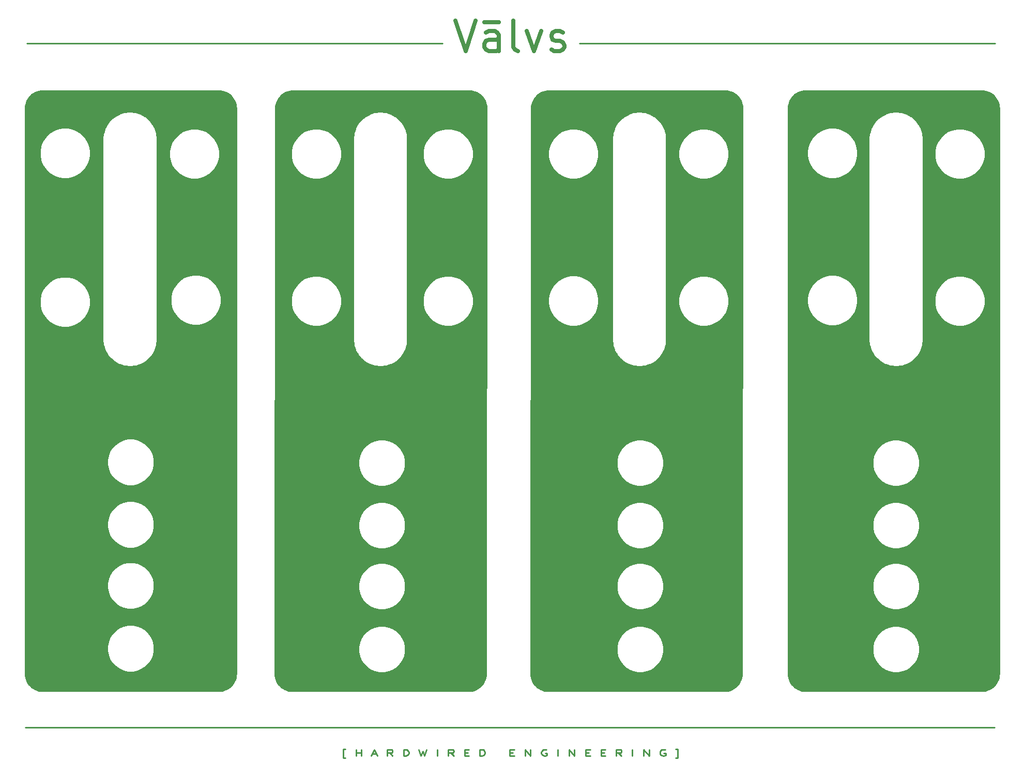
<source format=gtl>
%TF.GenerationSoftware,KiCad,Pcbnew,(5.1.6-0-10_14)*%
%TF.CreationDate,2022-02-08T10:05:03+00:00*%
%TF.ProjectId,Quad Tube VCA Panel,51756164-2054-4756-9265-205643412050,rev?*%
%TF.SameCoordinates,Original*%
%TF.FileFunction,Copper,L1,Top*%
%TF.FilePolarity,Positive*%
%FSLAX46Y46*%
G04 Gerber Fmt 4.6, Leading zero omitted, Abs format (unit mm)*
G04 Created by KiCad (PCBNEW (5.1.6-0-10_14)) date 2022-02-08 10:05:03*
%MOMM*%
%LPD*%
G01*
G04 APERTURE LIST*
%TA.AperFunction,NonConductor*%
%ADD10C,0.250000*%
%TD*%
%TA.AperFunction,NonConductor*%
%ADD11C,0.700000*%
%TD*%
%TA.AperFunction,Conductor*%
%ADD12C,0.250000*%
%TD*%
%TA.AperFunction,NonConductor*%
%ADD13C,0.254000*%
%TD*%
G04 APERTURE END LIST*
D10*
X60975285Y-186205714D02*
X60618142Y-186205714D01*
X60618142Y-184777142D01*
X60975285Y-184777142D01*
X62689571Y-185872380D02*
X62689571Y-184872380D01*
X62689571Y-185348571D02*
X63546714Y-185348571D01*
X63546714Y-185872380D02*
X63546714Y-184872380D01*
X65332428Y-185586666D02*
X66046714Y-185586666D01*
X65189571Y-185872380D02*
X65689571Y-184872380D01*
X66189571Y-185872380D01*
X68689571Y-185872380D02*
X68189571Y-185396190D01*
X67832428Y-185872380D02*
X67832428Y-184872380D01*
X68403857Y-184872380D01*
X68546714Y-184920000D01*
X68618142Y-184967619D01*
X68689571Y-185062857D01*
X68689571Y-185205714D01*
X68618142Y-185300952D01*
X68546714Y-185348571D01*
X68403857Y-185396190D01*
X67832428Y-185396190D01*
X70475285Y-185872380D02*
X70475285Y-184872380D01*
X70832428Y-184872380D01*
X71046714Y-184920000D01*
X71189571Y-185015238D01*
X71261000Y-185110476D01*
X71332428Y-185300952D01*
X71332428Y-185443809D01*
X71261000Y-185634285D01*
X71189571Y-185729523D01*
X71046714Y-185824761D01*
X70832428Y-185872380D01*
X70475285Y-185872380D01*
X72975285Y-184872380D02*
X73332428Y-185872380D01*
X73618142Y-185158095D01*
X73903857Y-185872380D01*
X74261000Y-184872380D01*
X75975285Y-185872380D02*
X75975285Y-184872380D01*
X78689571Y-185872380D02*
X78189571Y-185396190D01*
X77832428Y-185872380D02*
X77832428Y-184872380D01*
X78403857Y-184872380D01*
X78546714Y-184920000D01*
X78618142Y-184967619D01*
X78689571Y-185062857D01*
X78689571Y-185205714D01*
X78618142Y-185300952D01*
X78546714Y-185348571D01*
X78403857Y-185396190D01*
X77832428Y-185396190D01*
X80475285Y-185348571D02*
X80975285Y-185348571D01*
X81189571Y-185872380D02*
X80475285Y-185872380D01*
X80475285Y-184872380D01*
X81189571Y-184872380D01*
X82975285Y-185872380D02*
X82975285Y-184872380D01*
X83332428Y-184872380D01*
X83546714Y-184920000D01*
X83689571Y-185015238D01*
X83761000Y-185110476D01*
X83832428Y-185300952D01*
X83832428Y-185443809D01*
X83761000Y-185634285D01*
X83689571Y-185729523D01*
X83546714Y-185824761D01*
X83332428Y-185872380D01*
X82975285Y-185872380D01*
X87903857Y-185348571D02*
X88403857Y-185348571D01*
X88618142Y-185872380D02*
X87903857Y-185872380D01*
X87903857Y-184872380D01*
X88618142Y-184872380D01*
X90403857Y-185872380D02*
X90403857Y-184872380D01*
X91261000Y-185872380D01*
X91261000Y-184872380D01*
X93903857Y-184920000D02*
X93761000Y-184872380D01*
X93546714Y-184872380D01*
X93332428Y-184920000D01*
X93189571Y-185015238D01*
X93118142Y-185110476D01*
X93046714Y-185300952D01*
X93046714Y-185443809D01*
X93118142Y-185634285D01*
X93189571Y-185729523D01*
X93332428Y-185824761D01*
X93546714Y-185872380D01*
X93689571Y-185872380D01*
X93903857Y-185824761D01*
X93975285Y-185777142D01*
X93975285Y-185443809D01*
X93689571Y-185443809D01*
X95761000Y-185872380D02*
X95761000Y-184872380D01*
X97618142Y-185872380D02*
X97618142Y-184872380D01*
X98475285Y-185872380D01*
X98475285Y-184872380D01*
X100332428Y-185348571D02*
X100832428Y-185348571D01*
X101046714Y-185872380D02*
X100332428Y-185872380D01*
X100332428Y-184872380D01*
X101046714Y-184872380D01*
X102832428Y-185348571D02*
X103332428Y-185348571D01*
X103546714Y-185872380D02*
X102832428Y-185872380D01*
X102832428Y-184872380D01*
X103546714Y-184872380D01*
X106189571Y-185872380D02*
X105689571Y-185396190D01*
X105332428Y-185872380D02*
X105332428Y-184872380D01*
X105903857Y-184872380D01*
X106046714Y-184920000D01*
X106118142Y-184967619D01*
X106189571Y-185062857D01*
X106189571Y-185205714D01*
X106118142Y-185300952D01*
X106046714Y-185348571D01*
X105903857Y-185396190D01*
X105332428Y-185396190D01*
X107975285Y-185872380D02*
X107975285Y-184872380D01*
X109832428Y-185872380D02*
X109832428Y-184872380D01*
X110689571Y-185872380D01*
X110689571Y-184872380D01*
X113332428Y-184920000D02*
X113189571Y-184872380D01*
X112975285Y-184872380D01*
X112761000Y-184920000D01*
X112618142Y-185015238D01*
X112546714Y-185110476D01*
X112475285Y-185300952D01*
X112475285Y-185443809D01*
X112546714Y-185634285D01*
X112618142Y-185729523D01*
X112761000Y-185824761D01*
X112975285Y-185872380D01*
X113118142Y-185872380D01*
X113332428Y-185824761D01*
X113403857Y-185777142D01*
X113403857Y-185443809D01*
X113118142Y-185443809D01*
X115046714Y-186205714D02*
X115403857Y-186205714D01*
X115403857Y-184777142D01*
X115046714Y-184777142D01*
D11*
X78971333Y-65333904D02*
X80638000Y-70333904D01*
X82304666Y-65333904D01*
X86114190Y-70333904D02*
X86114190Y-67714857D01*
X85876095Y-67238666D01*
X85399904Y-67000571D01*
X84447523Y-67000571D01*
X83971333Y-67238666D01*
X86114190Y-70095809D02*
X85638000Y-70333904D01*
X84447523Y-70333904D01*
X83971333Y-70095809D01*
X83733238Y-69619619D01*
X83733238Y-69143428D01*
X83971333Y-68667238D01*
X84447523Y-68429142D01*
X85638000Y-68429142D01*
X86114190Y-68191047D01*
X83733238Y-65572000D02*
X86114190Y-65572000D01*
X89209428Y-70333904D02*
X88733238Y-70095809D01*
X88495142Y-69619619D01*
X88495142Y-65333904D01*
X90638000Y-67000571D02*
X91828476Y-70333904D01*
X93018952Y-67000571D01*
X94685619Y-70095809D02*
X95161809Y-70333904D01*
X96114190Y-70333904D01*
X96590380Y-70095809D01*
X96828476Y-69619619D01*
X96828476Y-69381523D01*
X96590380Y-68905333D01*
X96114190Y-68667238D01*
X95399904Y-68667238D01*
X94923714Y-68429142D01*
X94685619Y-67952952D01*
X94685619Y-67714857D01*
X94923714Y-67238666D01*
X95399904Y-67000571D01*
X96114190Y-67000571D01*
X96590380Y-67238666D01*
D12*
X8509000Y-181229000D02*
X157480000Y-181229000D01*
X157480000Y-181229000D02*
X167259000Y-181229000D01*
X8763000Y-69088000D02*
X76835000Y-69088000D01*
X99314000Y-69088000D02*
X167386000Y-69088000D01*
D13*
G36*
X40501646Y-76853263D02*
G01*
X40819266Y-76907228D01*
X41128818Y-76996409D01*
X41426468Y-77119700D01*
X41708421Y-77275529D01*
X41971156Y-77461951D01*
X42211376Y-77676624D01*
X42426049Y-77916844D01*
X42612471Y-78179579D01*
X42768300Y-78461532D01*
X42891591Y-78759182D01*
X42980772Y-79068734D01*
X43034737Y-79386354D01*
X43053000Y-79711560D01*
X43053000Y-172383440D01*
X43034737Y-172708646D01*
X42980772Y-173026266D01*
X42891591Y-173335818D01*
X42768300Y-173633468D01*
X42612471Y-173915421D01*
X42426049Y-174178156D01*
X42211376Y-174418376D01*
X41971156Y-174633049D01*
X41708421Y-174819471D01*
X41426468Y-174975300D01*
X41128818Y-175098591D01*
X40819266Y-175187772D01*
X40501646Y-175241737D01*
X40176440Y-175260000D01*
X11385560Y-175260000D01*
X11060354Y-175241737D01*
X10742734Y-175187772D01*
X10433182Y-175098591D01*
X10135532Y-174975300D01*
X9853579Y-174819471D01*
X9590844Y-174633049D01*
X9350624Y-174418376D01*
X9135951Y-174178156D01*
X8949529Y-173915421D01*
X8793700Y-173633468D01*
X8670409Y-173335818D01*
X8581228Y-173026266D01*
X8527263Y-172708646D01*
X8509000Y-172383440D01*
X8509000Y-167894693D01*
X21919683Y-167894693D01*
X21919683Y-168655307D01*
X22068071Y-169401305D01*
X22359145Y-170104019D01*
X22781719Y-170736446D01*
X23319554Y-171274281D01*
X23951981Y-171696855D01*
X24654695Y-171987929D01*
X25400693Y-172136317D01*
X26161307Y-172136317D01*
X26907305Y-171987929D01*
X27610019Y-171696855D01*
X28242446Y-171274281D01*
X28780281Y-170736446D01*
X29202855Y-170104019D01*
X29493929Y-169401305D01*
X29642317Y-168655307D01*
X29642317Y-167894693D01*
X29493929Y-167148695D01*
X29202855Y-166445981D01*
X28780281Y-165813554D01*
X28242446Y-165275719D01*
X27610019Y-164853145D01*
X26907305Y-164562071D01*
X26161307Y-164413683D01*
X25400693Y-164413683D01*
X24654695Y-164562071D01*
X23951981Y-164853145D01*
X23319554Y-165275719D01*
X22781719Y-165813554D01*
X22359145Y-166445981D01*
X22068071Y-167148695D01*
X21919683Y-167894693D01*
X8509000Y-167894693D01*
X8509000Y-157582693D01*
X21919683Y-157582693D01*
X21919683Y-158343307D01*
X22068071Y-159089305D01*
X22359145Y-159792019D01*
X22781719Y-160424446D01*
X23319554Y-160962281D01*
X23951981Y-161384855D01*
X24654695Y-161675929D01*
X25400693Y-161824317D01*
X26161307Y-161824317D01*
X26907305Y-161675929D01*
X27610019Y-161384855D01*
X28242446Y-160962281D01*
X28780281Y-160424446D01*
X29202855Y-159792019D01*
X29493929Y-159089305D01*
X29642317Y-158343307D01*
X29642317Y-157582693D01*
X29493929Y-156836695D01*
X29202855Y-156133981D01*
X28780281Y-155501554D01*
X28242446Y-154963719D01*
X27610019Y-154541145D01*
X26907305Y-154250071D01*
X26161307Y-154101683D01*
X25400693Y-154101683D01*
X24654695Y-154250071D01*
X23951981Y-154541145D01*
X23319554Y-154963719D01*
X22781719Y-155501554D01*
X22359145Y-156133981D01*
X22068071Y-156836695D01*
X21919683Y-157582693D01*
X8509000Y-157582693D01*
X8509000Y-147574693D01*
X21919683Y-147574693D01*
X21919683Y-148335307D01*
X22068071Y-149081305D01*
X22359145Y-149784019D01*
X22781719Y-150416446D01*
X23319554Y-150954281D01*
X23951981Y-151376855D01*
X24654695Y-151667929D01*
X25400693Y-151816317D01*
X26161307Y-151816317D01*
X26907305Y-151667929D01*
X27610019Y-151376855D01*
X28242446Y-150954281D01*
X28780281Y-150416446D01*
X29202855Y-149784019D01*
X29493929Y-149081305D01*
X29642317Y-148335307D01*
X29642317Y-147574693D01*
X29493929Y-146828695D01*
X29202855Y-146125981D01*
X28780281Y-145493554D01*
X28242446Y-144955719D01*
X27610019Y-144533145D01*
X26907305Y-144242071D01*
X26161307Y-144093683D01*
X25400693Y-144093683D01*
X24654695Y-144242071D01*
X23951981Y-144533145D01*
X23319554Y-144955719D01*
X22781719Y-145493554D01*
X22359145Y-146125981D01*
X22068071Y-146828695D01*
X21919683Y-147574693D01*
X8509000Y-147574693D01*
X8509000Y-137335693D01*
X21919683Y-137335693D01*
X21919683Y-138096307D01*
X22068071Y-138842305D01*
X22359145Y-139545019D01*
X22781719Y-140177446D01*
X23319554Y-140715281D01*
X23951981Y-141137855D01*
X24654695Y-141428929D01*
X25400693Y-141577317D01*
X26161307Y-141577317D01*
X26907305Y-141428929D01*
X27610019Y-141137855D01*
X28242446Y-140715281D01*
X28780281Y-140177446D01*
X29202855Y-139545019D01*
X29493929Y-138842305D01*
X29642317Y-138096307D01*
X29642317Y-137335693D01*
X29493929Y-136589695D01*
X29202855Y-135886981D01*
X28780281Y-135254554D01*
X28242446Y-134716719D01*
X27610019Y-134294145D01*
X26907305Y-134003071D01*
X26161307Y-133854683D01*
X25400693Y-133854683D01*
X24654695Y-134003071D01*
X23951981Y-134294145D01*
X23319554Y-134716719D01*
X22781719Y-135254554D01*
X22359145Y-135886981D01*
X22068071Y-136589695D01*
X21919683Y-137335693D01*
X8509000Y-137335693D01*
X8509000Y-117634418D01*
X21184000Y-117634418D01*
X21186975Y-117664626D01*
X21186809Y-117688416D01*
X21187709Y-117697587D01*
X21265433Y-118437095D01*
X21277458Y-118495675D01*
X21288670Y-118554453D01*
X21291334Y-118563274D01*
X21511217Y-119273601D01*
X21534392Y-119328731D01*
X21556806Y-119384210D01*
X21561133Y-119392346D01*
X21914799Y-120046437D01*
X21948244Y-120096021D01*
X21981004Y-120146084D01*
X21986828Y-120153225D01*
X22460805Y-120726165D01*
X22503241Y-120768305D01*
X22545104Y-120811055D01*
X22552205Y-120816928D01*
X23128439Y-121286893D01*
X23178247Y-121319986D01*
X23227621Y-121353793D01*
X23235727Y-121358176D01*
X23892271Y-121707266D01*
X23947586Y-121730065D01*
X24002558Y-121753626D01*
X24011361Y-121756351D01*
X24723206Y-121971270D01*
X24781901Y-121982892D01*
X24840397Y-121995326D01*
X24849562Y-121996289D01*
X25589595Y-122068850D01*
X25618426Y-122068850D01*
X25647092Y-122071964D01*
X25656308Y-122071996D01*
X25682906Y-122071903D01*
X25711586Y-122068990D01*
X25740416Y-122069191D01*
X25749587Y-122068291D01*
X26489095Y-121990567D01*
X26547675Y-121978542D01*
X26606453Y-121967330D01*
X26615274Y-121964666D01*
X27325601Y-121744783D01*
X27380731Y-121721608D01*
X27436210Y-121699194D01*
X27444346Y-121694867D01*
X28098437Y-121341201D01*
X28148021Y-121307756D01*
X28198084Y-121274996D01*
X28205225Y-121269172D01*
X28778165Y-120795195D01*
X28820305Y-120752759D01*
X28863055Y-120710896D01*
X28868928Y-120703795D01*
X29338893Y-120127561D01*
X29371986Y-120077753D01*
X29405793Y-120028379D01*
X29410176Y-120020273D01*
X29759266Y-119363729D01*
X29782065Y-119308414D01*
X29805626Y-119253442D01*
X29808351Y-119244639D01*
X30023270Y-118532794D01*
X30034892Y-118474099D01*
X30047326Y-118415603D01*
X30048289Y-118406438D01*
X30120850Y-117666405D01*
X30120850Y-117666402D01*
X30124000Y-117634419D01*
X30124000Y-110715288D01*
X32289128Y-110715288D01*
X32289128Y-111534712D01*
X32448989Y-112338390D01*
X32762569Y-113095438D01*
X33217816Y-113776764D01*
X33797236Y-114356184D01*
X34478562Y-114811431D01*
X35235610Y-115125011D01*
X36039288Y-115284872D01*
X36858712Y-115284872D01*
X37662390Y-115125011D01*
X38419438Y-114811431D01*
X39100764Y-114356184D01*
X39680184Y-113776764D01*
X40135431Y-113095438D01*
X40449011Y-112338390D01*
X40608872Y-111534712D01*
X40608872Y-110715288D01*
X40449011Y-109911610D01*
X40135431Y-109154562D01*
X39680184Y-108473236D01*
X39100764Y-107893816D01*
X38419438Y-107438569D01*
X37662390Y-107124989D01*
X36858712Y-106965128D01*
X36039288Y-106965128D01*
X35235610Y-107124989D01*
X34478562Y-107438569D01*
X33797236Y-107893816D01*
X33217816Y-108473236D01*
X32762569Y-109154562D01*
X32448989Y-109911610D01*
X32289128Y-110715288D01*
X30124000Y-110715288D01*
X30124000Y-86752288D01*
X32056128Y-86752288D01*
X32056128Y-87571712D01*
X32215989Y-88375390D01*
X32529569Y-89132438D01*
X32984816Y-89813764D01*
X33564236Y-90393184D01*
X34245562Y-90848431D01*
X35002610Y-91162011D01*
X35806288Y-91321872D01*
X36625712Y-91321872D01*
X37429390Y-91162011D01*
X38186438Y-90848431D01*
X38867764Y-90393184D01*
X39447184Y-89813764D01*
X39902431Y-89132438D01*
X40216011Y-88375390D01*
X40375872Y-87571712D01*
X40375872Y-86752288D01*
X40216011Y-85948610D01*
X39902431Y-85191562D01*
X39447184Y-84510236D01*
X38867764Y-83930816D01*
X38186438Y-83475569D01*
X37429390Y-83161989D01*
X36625712Y-83002128D01*
X35806288Y-83002128D01*
X35002610Y-83161989D01*
X34245562Y-83475569D01*
X33564236Y-83930816D01*
X32984816Y-84510236D01*
X32529569Y-85191562D01*
X32215989Y-85948610D01*
X32056128Y-86752288D01*
X30124000Y-86752288D01*
X30124000Y-84676581D01*
X30121025Y-84646373D01*
X30121191Y-84622583D01*
X30120291Y-84613412D01*
X30042566Y-83873905D01*
X30030541Y-83815325D01*
X30019329Y-83756547D01*
X30016666Y-83747725D01*
X29796783Y-83037399D01*
X29773595Y-82982236D01*
X29751193Y-82926790D01*
X29746867Y-82918654D01*
X29393201Y-82264563D01*
X29359756Y-82214979D01*
X29326996Y-82164916D01*
X29321172Y-82157775D01*
X28847195Y-81584835D01*
X28804759Y-81542695D01*
X28762896Y-81499945D01*
X28755795Y-81494072D01*
X28179561Y-81024107D01*
X28129768Y-80991025D01*
X28080379Y-80957207D01*
X28072273Y-80952824D01*
X27415729Y-80603734D01*
X27360428Y-80580941D01*
X27305443Y-80557374D01*
X27296640Y-80554649D01*
X26584794Y-80339730D01*
X26526100Y-80328108D01*
X26467603Y-80315674D01*
X26458438Y-80314711D01*
X25718405Y-80242150D01*
X25689573Y-80242150D01*
X25660907Y-80239036D01*
X25651692Y-80239004D01*
X25625093Y-80239097D01*
X25596413Y-80242010D01*
X25567583Y-80241809D01*
X25558412Y-80242709D01*
X24818905Y-80320434D01*
X24760325Y-80332459D01*
X24701547Y-80343671D01*
X24692725Y-80346334D01*
X23982399Y-80566217D01*
X23927236Y-80589405D01*
X23871790Y-80611807D01*
X23863654Y-80616133D01*
X23209563Y-80969799D01*
X23159979Y-81003244D01*
X23109916Y-81036004D01*
X23102775Y-81041828D01*
X22529835Y-81515805D01*
X22487695Y-81558241D01*
X22444945Y-81600104D01*
X22439072Y-81607205D01*
X21969107Y-82183439D01*
X21936025Y-82233232D01*
X21902207Y-82282621D01*
X21897824Y-82290727D01*
X21548734Y-82947271D01*
X21525941Y-83002572D01*
X21502374Y-83057557D01*
X21499649Y-83066360D01*
X21284730Y-83778206D01*
X21273108Y-83836900D01*
X21260674Y-83895397D01*
X21259711Y-83904562D01*
X21187150Y-84644595D01*
X21187150Y-84644608D01*
X21184001Y-84676581D01*
X21184000Y-117634418D01*
X8509000Y-117634418D01*
X8509000Y-111040288D01*
X10868128Y-111040288D01*
X10868128Y-111859712D01*
X11027989Y-112663390D01*
X11341569Y-113420438D01*
X11796816Y-114101764D01*
X12376236Y-114681184D01*
X13057562Y-115136431D01*
X13814610Y-115450011D01*
X14618288Y-115609872D01*
X15437712Y-115609872D01*
X16241390Y-115450011D01*
X16998438Y-115136431D01*
X17679764Y-114681184D01*
X18259184Y-114101764D01*
X18714431Y-113420438D01*
X19028011Y-112663390D01*
X19187872Y-111859712D01*
X19187872Y-111040288D01*
X19028011Y-110236610D01*
X18714431Y-109479562D01*
X18259184Y-108798236D01*
X17679764Y-108218816D01*
X16998438Y-107763569D01*
X16241390Y-107449989D01*
X15437712Y-107290128D01*
X14618288Y-107290128D01*
X13814610Y-107449989D01*
X13057562Y-107763569D01*
X12376236Y-108218816D01*
X11796816Y-108798236D01*
X11341569Y-109479562D01*
X11027989Y-110236610D01*
X10868128Y-111040288D01*
X8509000Y-111040288D01*
X8509000Y-86625288D01*
X10868128Y-86625288D01*
X10868128Y-87444712D01*
X11027989Y-88248390D01*
X11341569Y-89005438D01*
X11796816Y-89686764D01*
X12376236Y-90266184D01*
X13057562Y-90721431D01*
X13814610Y-91035011D01*
X14618288Y-91194872D01*
X15437712Y-91194872D01*
X16241390Y-91035011D01*
X16998438Y-90721431D01*
X17679764Y-90266184D01*
X18259184Y-89686764D01*
X18714431Y-89005438D01*
X19028011Y-88248390D01*
X19187872Y-87444712D01*
X19187872Y-86625288D01*
X19028011Y-85821610D01*
X18714431Y-85064562D01*
X18259184Y-84383236D01*
X17679764Y-83803816D01*
X16998438Y-83348569D01*
X16241390Y-83034989D01*
X15437712Y-82875128D01*
X14618288Y-82875128D01*
X13814610Y-83034989D01*
X13057562Y-83348569D01*
X12376236Y-83803816D01*
X11796816Y-84383236D01*
X11341569Y-85064562D01*
X11027989Y-85821610D01*
X10868128Y-86625288D01*
X8509000Y-86625288D01*
X8509000Y-79711560D01*
X8527263Y-79386354D01*
X8581228Y-79068734D01*
X8670409Y-78759182D01*
X8793700Y-78461532D01*
X8949529Y-78179579D01*
X9135951Y-77916844D01*
X9350624Y-77676624D01*
X9590844Y-77461951D01*
X9853579Y-77275529D01*
X10135532Y-77119700D01*
X10433182Y-76996409D01*
X10742734Y-76907228D01*
X11060354Y-76853263D01*
X11385560Y-76835000D01*
X40176440Y-76835000D01*
X40501646Y-76853263D01*
G37*
X40501646Y-76853263D02*
X40819266Y-76907228D01*
X41128818Y-76996409D01*
X41426468Y-77119700D01*
X41708421Y-77275529D01*
X41971156Y-77461951D01*
X42211376Y-77676624D01*
X42426049Y-77916844D01*
X42612471Y-78179579D01*
X42768300Y-78461532D01*
X42891591Y-78759182D01*
X42980772Y-79068734D01*
X43034737Y-79386354D01*
X43053000Y-79711560D01*
X43053000Y-172383440D01*
X43034737Y-172708646D01*
X42980772Y-173026266D01*
X42891591Y-173335818D01*
X42768300Y-173633468D01*
X42612471Y-173915421D01*
X42426049Y-174178156D01*
X42211376Y-174418376D01*
X41971156Y-174633049D01*
X41708421Y-174819471D01*
X41426468Y-174975300D01*
X41128818Y-175098591D01*
X40819266Y-175187772D01*
X40501646Y-175241737D01*
X40176440Y-175260000D01*
X11385560Y-175260000D01*
X11060354Y-175241737D01*
X10742734Y-175187772D01*
X10433182Y-175098591D01*
X10135532Y-174975300D01*
X9853579Y-174819471D01*
X9590844Y-174633049D01*
X9350624Y-174418376D01*
X9135951Y-174178156D01*
X8949529Y-173915421D01*
X8793700Y-173633468D01*
X8670409Y-173335818D01*
X8581228Y-173026266D01*
X8527263Y-172708646D01*
X8509000Y-172383440D01*
X8509000Y-167894693D01*
X21919683Y-167894693D01*
X21919683Y-168655307D01*
X22068071Y-169401305D01*
X22359145Y-170104019D01*
X22781719Y-170736446D01*
X23319554Y-171274281D01*
X23951981Y-171696855D01*
X24654695Y-171987929D01*
X25400693Y-172136317D01*
X26161307Y-172136317D01*
X26907305Y-171987929D01*
X27610019Y-171696855D01*
X28242446Y-171274281D01*
X28780281Y-170736446D01*
X29202855Y-170104019D01*
X29493929Y-169401305D01*
X29642317Y-168655307D01*
X29642317Y-167894693D01*
X29493929Y-167148695D01*
X29202855Y-166445981D01*
X28780281Y-165813554D01*
X28242446Y-165275719D01*
X27610019Y-164853145D01*
X26907305Y-164562071D01*
X26161307Y-164413683D01*
X25400693Y-164413683D01*
X24654695Y-164562071D01*
X23951981Y-164853145D01*
X23319554Y-165275719D01*
X22781719Y-165813554D01*
X22359145Y-166445981D01*
X22068071Y-167148695D01*
X21919683Y-167894693D01*
X8509000Y-167894693D01*
X8509000Y-157582693D01*
X21919683Y-157582693D01*
X21919683Y-158343307D01*
X22068071Y-159089305D01*
X22359145Y-159792019D01*
X22781719Y-160424446D01*
X23319554Y-160962281D01*
X23951981Y-161384855D01*
X24654695Y-161675929D01*
X25400693Y-161824317D01*
X26161307Y-161824317D01*
X26907305Y-161675929D01*
X27610019Y-161384855D01*
X28242446Y-160962281D01*
X28780281Y-160424446D01*
X29202855Y-159792019D01*
X29493929Y-159089305D01*
X29642317Y-158343307D01*
X29642317Y-157582693D01*
X29493929Y-156836695D01*
X29202855Y-156133981D01*
X28780281Y-155501554D01*
X28242446Y-154963719D01*
X27610019Y-154541145D01*
X26907305Y-154250071D01*
X26161307Y-154101683D01*
X25400693Y-154101683D01*
X24654695Y-154250071D01*
X23951981Y-154541145D01*
X23319554Y-154963719D01*
X22781719Y-155501554D01*
X22359145Y-156133981D01*
X22068071Y-156836695D01*
X21919683Y-157582693D01*
X8509000Y-157582693D01*
X8509000Y-147574693D01*
X21919683Y-147574693D01*
X21919683Y-148335307D01*
X22068071Y-149081305D01*
X22359145Y-149784019D01*
X22781719Y-150416446D01*
X23319554Y-150954281D01*
X23951981Y-151376855D01*
X24654695Y-151667929D01*
X25400693Y-151816317D01*
X26161307Y-151816317D01*
X26907305Y-151667929D01*
X27610019Y-151376855D01*
X28242446Y-150954281D01*
X28780281Y-150416446D01*
X29202855Y-149784019D01*
X29493929Y-149081305D01*
X29642317Y-148335307D01*
X29642317Y-147574693D01*
X29493929Y-146828695D01*
X29202855Y-146125981D01*
X28780281Y-145493554D01*
X28242446Y-144955719D01*
X27610019Y-144533145D01*
X26907305Y-144242071D01*
X26161307Y-144093683D01*
X25400693Y-144093683D01*
X24654695Y-144242071D01*
X23951981Y-144533145D01*
X23319554Y-144955719D01*
X22781719Y-145493554D01*
X22359145Y-146125981D01*
X22068071Y-146828695D01*
X21919683Y-147574693D01*
X8509000Y-147574693D01*
X8509000Y-137335693D01*
X21919683Y-137335693D01*
X21919683Y-138096307D01*
X22068071Y-138842305D01*
X22359145Y-139545019D01*
X22781719Y-140177446D01*
X23319554Y-140715281D01*
X23951981Y-141137855D01*
X24654695Y-141428929D01*
X25400693Y-141577317D01*
X26161307Y-141577317D01*
X26907305Y-141428929D01*
X27610019Y-141137855D01*
X28242446Y-140715281D01*
X28780281Y-140177446D01*
X29202855Y-139545019D01*
X29493929Y-138842305D01*
X29642317Y-138096307D01*
X29642317Y-137335693D01*
X29493929Y-136589695D01*
X29202855Y-135886981D01*
X28780281Y-135254554D01*
X28242446Y-134716719D01*
X27610019Y-134294145D01*
X26907305Y-134003071D01*
X26161307Y-133854683D01*
X25400693Y-133854683D01*
X24654695Y-134003071D01*
X23951981Y-134294145D01*
X23319554Y-134716719D01*
X22781719Y-135254554D01*
X22359145Y-135886981D01*
X22068071Y-136589695D01*
X21919683Y-137335693D01*
X8509000Y-137335693D01*
X8509000Y-117634418D01*
X21184000Y-117634418D01*
X21186975Y-117664626D01*
X21186809Y-117688416D01*
X21187709Y-117697587D01*
X21265433Y-118437095D01*
X21277458Y-118495675D01*
X21288670Y-118554453D01*
X21291334Y-118563274D01*
X21511217Y-119273601D01*
X21534392Y-119328731D01*
X21556806Y-119384210D01*
X21561133Y-119392346D01*
X21914799Y-120046437D01*
X21948244Y-120096021D01*
X21981004Y-120146084D01*
X21986828Y-120153225D01*
X22460805Y-120726165D01*
X22503241Y-120768305D01*
X22545104Y-120811055D01*
X22552205Y-120816928D01*
X23128439Y-121286893D01*
X23178247Y-121319986D01*
X23227621Y-121353793D01*
X23235727Y-121358176D01*
X23892271Y-121707266D01*
X23947586Y-121730065D01*
X24002558Y-121753626D01*
X24011361Y-121756351D01*
X24723206Y-121971270D01*
X24781901Y-121982892D01*
X24840397Y-121995326D01*
X24849562Y-121996289D01*
X25589595Y-122068850D01*
X25618426Y-122068850D01*
X25647092Y-122071964D01*
X25656308Y-122071996D01*
X25682906Y-122071903D01*
X25711586Y-122068990D01*
X25740416Y-122069191D01*
X25749587Y-122068291D01*
X26489095Y-121990567D01*
X26547675Y-121978542D01*
X26606453Y-121967330D01*
X26615274Y-121964666D01*
X27325601Y-121744783D01*
X27380731Y-121721608D01*
X27436210Y-121699194D01*
X27444346Y-121694867D01*
X28098437Y-121341201D01*
X28148021Y-121307756D01*
X28198084Y-121274996D01*
X28205225Y-121269172D01*
X28778165Y-120795195D01*
X28820305Y-120752759D01*
X28863055Y-120710896D01*
X28868928Y-120703795D01*
X29338893Y-120127561D01*
X29371986Y-120077753D01*
X29405793Y-120028379D01*
X29410176Y-120020273D01*
X29759266Y-119363729D01*
X29782065Y-119308414D01*
X29805626Y-119253442D01*
X29808351Y-119244639D01*
X30023270Y-118532794D01*
X30034892Y-118474099D01*
X30047326Y-118415603D01*
X30048289Y-118406438D01*
X30120850Y-117666405D01*
X30120850Y-117666402D01*
X30124000Y-117634419D01*
X30124000Y-110715288D01*
X32289128Y-110715288D01*
X32289128Y-111534712D01*
X32448989Y-112338390D01*
X32762569Y-113095438D01*
X33217816Y-113776764D01*
X33797236Y-114356184D01*
X34478562Y-114811431D01*
X35235610Y-115125011D01*
X36039288Y-115284872D01*
X36858712Y-115284872D01*
X37662390Y-115125011D01*
X38419438Y-114811431D01*
X39100764Y-114356184D01*
X39680184Y-113776764D01*
X40135431Y-113095438D01*
X40449011Y-112338390D01*
X40608872Y-111534712D01*
X40608872Y-110715288D01*
X40449011Y-109911610D01*
X40135431Y-109154562D01*
X39680184Y-108473236D01*
X39100764Y-107893816D01*
X38419438Y-107438569D01*
X37662390Y-107124989D01*
X36858712Y-106965128D01*
X36039288Y-106965128D01*
X35235610Y-107124989D01*
X34478562Y-107438569D01*
X33797236Y-107893816D01*
X33217816Y-108473236D01*
X32762569Y-109154562D01*
X32448989Y-109911610D01*
X32289128Y-110715288D01*
X30124000Y-110715288D01*
X30124000Y-86752288D01*
X32056128Y-86752288D01*
X32056128Y-87571712D01*
X32215989Y-88375390D01*
X32529569Y-89132438D01*
X32984816Y-89813764D01*
X33564236Y-90393184D01*
X34245562Y-90848431D01*
X35002610Y-91162011D01*
X35806288Y-91321872D01*
X36625712Y-91321872D01*
X37429390Y-91162011D01*
X38186438Y-90848431D01*
X38867764Y-90393184D01*
X39447184Y-89813764D01*
X39902431Y-89132438D01*
X40216011Y-88375390D01*
X40375872Y-87571712D01*
X40375872Y-86752288D01*
X40216011Y-85948610D01*
X39902431Y-85191562D01*
X39447184Y-84510236D01*
X38867764Y-83930816D01*
X38186438Y-83475569D01*
X37429390Y-83161989D01*
X36625712Y-83002128D01*
X35806288Y-83002128D01*
X35002610Y-83161989D01*
X34245562Y-83475569D01*
X33564236Y-83930816D01*
X32984816Y-84510236D01*
X32529569Y-85191562D01*
X32215989Y-85948610D01*
X32056128Y-86752288D01*
X30124000Y-86752288D01*
X30124000Y-84676581D01*
X30121025Y-84646373D01*
X30121191Y-84622583D01*
X30120291Y-84613412D01*
X30042566Y-83873905D01*
X30030541Y-83815325D01*
X30019329Y-83756547D01*
X30016666Y-83747725D01*
X29796783Y-83037399D01*
X29773595Y-82982236D01*
X29751193Y-82926790D01*
X29746867Y-82918654D01*
X29393201Y-82264563D01*
X29359756Y-82214979D01*
X29326996Y-82164916D01*
X29321172Y-82157775D01*
X28847195Y-81584835D01*
X28804759Y-81542695D01*
X28762896Y-81499945D01*
X28755795Y-81494072D01*
X28179561Y-81024107D01*
X28129768Y-80991025D01*
X28080379Y-80957207D01*
X28072273Y-80952824D01*
X27415729Y-80603734D01*
X27360428Y-80580941D01*
X27305443Y-80557374D01*
X27296640Y-80554649D01*
X26584794Y-80339730D01*
X26526100Y-80328108D01*
X26467603Y-80315674D01*
X26458438Y-80314711D01*
X25718405Y-80242150D01*
X25689573Y-80242150D01*
X25660907Y-80239036D01*
X25651692Y-80239004D01*
X25625093Y-80239097D01*
X25596413Y-80242010D01*
X25567583Y-80241809D01*
X25558412Y-80242709D01*
X24818905Y-80320434D01*
X24760325Y-80332459D01*
X24701547Y-80343671D01*
X24692725Y-80346334D01*
X23982399Y-80566217D01*
X23927236Y-80589405D01*
X23871790Y-80611807D01*
X23863654Y-80616133D01*
X23209563Y-80969799D01*
X23159979Y-81003244D01*
X23109916Y-81036004D01*
X23102775Y-81041828D01*
X22529835Y-81515805D01*
X22487695Y-81558241D01*
X22444945Y-81600104D01*
X22439072Y-81607205D01*
X21969107Y-82183439D01*
X21936025Y-82233232D01*
X21902207Y-82282621D01*
X21897824Y-82290727D01*
X21548734Y-82947271D01*
X21525941Y-83002572D01*
X21502374Y-83057557D01*
X21499649Y-83066360D01*
X21284730Y-83778206D01*
X21273108Y-83836900D01*
X21260674Y-83895397D01*
X21259711Y-83904562D01*
X21187150Y-84644595D01*
X21187150Y-84644608D01*
X21184001Y-84676581D01*
X21184000Y-117634418D01*
X8509000Y-117634418D01*
X8509000Y-111040288D01*
X10868128Y-111040288D01*
X10868128Y-111859712D01*
X11027989Y-112663390D01*
X11341569Y-113420438D01*
X11796816Y-114101764D01*
X12376236Y-114681184D01*
X13057562Y-115136431D01*
X13814610Y-115450011D01*
X14618288Y-115609872D01*
X15437712Y-115609872D01*
X16241390Y-115450011D01*
X16998438Y-115136431D01*
X17679764Y-114681184D01*
X18259184Y-114101764D01*
X18714431Y-113420438D01*
X19028011Y-112663390D01*
X19187872Y-111859712D01*
X19187872Y-111040288D01*
X19028011Y-110236610D01*
X18714431Y-109479562D01*
X18259184Y-108798236D01*
X17679764Y-108218816D01*
X16998438Y-107763569D01*
X16241390Y-107449989D01*
X15437712Y-107290128D01*
X14618288Y-107290128D01*
X13814610Y-107449989D01*
X13057562Y-107763569D01*
X12376236Y-108218816D01*
X11796816Y-108798236D01*
X11341569Y-109479562D01*
X11027989Y-110236610D01*
X10868128Y-111040288D01*
X8509000Y-111040288D01*
X8509000Y-86625288D01*
X10868128Y-86625288D01*
X10868128Y-87444712D01*
X11027989Y-88248390D01*
X11341569Y-89005438D01*
X11796816Y-89686764D01*
X12376236Y-90266184D01*
X13057562Y-90721431D01*
X13814610Y-91035011D01*
X14618288Y-91194872D01*
X15437712Y-91194872D01*
X16241390Y-91035011D01*
X16998438Y-90721431D01*
X17679764Y-90266184D01*
X18259184Y-89686764D01*
X18714431Y-89005438D01*
X19028011Y-88248390D01*
X19187872Y-87444712D01*
X19187872Y-86625288D01*
X19028011Y-85821610D01*
X18714431Y-85064562D01*
X18259184Y-84383236D01*
X17679764Y-83803816D01*
X16998438Y-83348569D01*
X16241390Y-83034989D01*
X15437712Y-82875128D01*
X14618288Y-82875128D01*
X13814610Y-83034989D01*
X13057562Y-83348569D01*
X12376236Y-83803816D01*
X11796816Y-84383236D01*
X11341569Y-85064562D01*
X11027989Y-85821610D01*
X10868128Y-86625288D01*
X8509000Y-86625288D01*
X8509000Y-79711560D01*
X8527263Y-79386354D01*
X8581228Y-79068734D01*
X8670409Y-78759182D01*
X8793700Y-78461532D01*
X8949529Y-78179579D01*
X9135951Y-77916844D01*
X9350624Y-77676624D01*
X9590844Y-77461951D01*
X9853579Y-77275529D01*
X10135532Y-77119700D01*
X10433182Y-76996409D01*
X10742734Y-76907228D01*
X11060354Y-76853263D01*
X11385560Y-76835000D01*
X40176440Y-76835000D01*
X40501646Y-76853263D01*
G36*
X81519048Y-76853293D02*
G01*
X81836917Y-76907347D01*
X82146706Y-76996672D01*
X82444551Y-77120156D01*
X82726674Y-77276232D01*
X82989540Y-77462946D01*
X83229815Y-77677927D01*
X83444499Y-77918492D01*
X83630870Y-78181593D01*
X83786583Y-78463916D01*
X83909681Y-78761916D01*
X83998613Y-79071836D01*
X84052254Y-79389759D01*
X84070129Y-79715263D01*
X83950861Y-172387144D01*
X83932209Y-172712062D01*
X83877925Y-173029349D01*
X83788487Y-173338563D01*
X83665014Y-173635841D01*
X83509063Y-173917434D01*
X83322584Y-174179816D01*
X83107931Y-174419679D01*
X82867777Y-174634037D01*
X82605164Y-174820171D01*
X82323365Y-174975763D01*
X82025943Y-175098848D01*
X81716603Y-175187890D01*
X81399248Y-175241765D01*
X81074290Y-175260000D01*
X52283432Y-175260000D01*
X51957952Y-175241707D01*
X51640083Y-175187653D01*
X51330294Y-175098328D01*
X51032449Y-174974844D01*
X50750326Y-174818768D01*
X50487460Y-174632054D01*
X50247185Y-174417073D01*
X50032501Y-174176508D01*
X49846130Y-173913407D01*
X49690417Y-173631084D01*
X49567319Y-173333084D01*
X49478387Y-173023164D01*
X49424746Y-172705241D01*
X49406871Y-172379737D01*
X49412479Y-168021693D01*
X63067683Y-168021693D01*
X63067683Y-168782307D01*
X63216071Y-169528305D01*
X63507145Y-170231019D01*
X63929719Y-170863446D01*
X64467554Y-171401281D01*
X65099981Y-171823855D01*
X65802695Y-172114929D01*
X66548693Y-172263317D01*
X67309307Y-172263317D01*
X68055305Y-172114929D01*
X68758019Y-171823855D01*
X69390446Y-171401281D01*
X69928281Y-170863446D01*
X70350855Y-170231019D01*
X70641929Y-169528305D01*
X70790317Y-168782307D01*
X70790317Y-168021693D01*
X70641929Y-167275695D01*
X70350855Y-166572981D01*
X69928281Y-165940554D01*
X69390446Y-165402719D01*
X68758019Y-164980145D01*
X68055305Y-164689071D01*
X67309307Y-164540683D01*
X66548693Y-164540683D01*
X65802695Y-164689071D01*
X65099981Y-164980145D01*
X64467554Y-165402719D01*
X63929719Y-165940554D01*
X63507145Y-166572981D01*
X63216071Y-167275695D01*
X63067683Y-168021693D01*
X49412479Y-168021693D01*
X49425750Y-157709693D01*
X63067683Y-157709693D01*
X63067683Y-158470307D01*
X63216071Y-159216305D01*
X63507145Y-159919019D01*
X63929719Y-160551446D01*
X64467554Y-161089281D01*
X65099981Y-161511855D01*
X65802695Y-161802929D01*
X66548693Y-161951317D01*
X67309307Y-161951317D01*
X68055305Y-161802929D01*
X68758019Y-161511855D01*
X69390446Y-161089281D01*
X69928281Y-160551446D01*
X70350855Y-159919019D01*
X70641929Y-159216305D01*
X70790317Y-158470307D01*
X70790317Y-157709693D01*
X70641929Y-156963695D01*
X70350855Y-156260981D01*
X69928281Y-155628554D01*
X69390446Y-155090719D01*
X68758019Y-154668145D01*
X68055305Y-154377071D01*
X67309307Y-154228683D01*
X66548693Y-154228683D01*
X65802695Y-154377071D01*
X65099981Y-154668145D01*
X64467554Y-155090719D01*
X63929719Y-155628554D01*
X63507145Y-156260981D01*
X63216071Y-156963695D01*
X63067683Y-157709693D01*
X49425750Y-157709693D01*
X49438630Y-147701693D01*
X63067683Y-147701693D01*
X63067683Y-148462307D01*
X63216071Y-149208305D01*
X63507145Y-149911019D01*
X63929719Y-150543446D01*
X64467554Y-151081281D01*
X65099981Y-151503855D01*
X65802695Y-151794929D01*
X66548693Y-151943317D01*
X67309307Y-151943317D01*
X68055305Y-151794929D01*
X68758019Y-151503855D01*
X69390446Y-151081281D01*
X69928281Y-150543446D01*
X70350855Y-149911019D01*
X70641929Y-149208305D01*
X70790317Y-148462307D01*
X70790317Y-147701693D01*
X70641929Y-146955695D01*
X70350855Y-146252981D01*
X69928281Y-145620554D01*
X69390446Y-145082719D01*
X68758019Y-144660145D01*
X68055305Y-144369071D01*
X67309307Y-144220683D01*
X66548693Y-144220683D01*
X65802695Y-144369071D01*
X65099981Y-144660145D01*
X64467554Y-145082719D01*
X63929719Y-145620554D01*
X63507145Y-146252981D01*
X63216071Y-146955695D01*
X63067683Y-147701693D01*
X49438630Y-147701693D01*
X49451807Y-137462693D01*
X63067683Y-137462693D01*
X63067683Y-138223307D01*
X63216071Y-138969305D01*
X63507145Y-139672019D01*
X63929719Y-140304446D01*
X64467554Y-140842281D01*
X65099981Y-141264855D01*
X65802695Y-141555929D01*
X66548693Y-141704317D01*
X67309307Y-141704317D01*
X68055305Y-141555929D01*
X68758019Y-141264855D01*
X69390446Y-140842281D01*
X69928281Y-140304446D01*
X70350855Y-139672019D01*
X70641929Y-138969305D01*
X70790317Y-138223307D01*
X70790317Y-137462693D01*
X70641929Y-136716695D01*
X70350855Y-136013981D01*
X69928281Y-135381554D01*
X69390446Y-134843719D01*
X68758019Y-134421145D01*
X68055305Y-134130071D01*
X67309307Y-133981683D01*
X66548693Y-133981683D01*
X65802695Y-134130071D01*
X65099981Y-134421145D01*
X64467554Y-134843719D01*
X63929719Y-135381554D01*
X63507145Y-136013981D01*
X63216071Y-136716695D01*
X63067683Y-137462693D01*
X49451807Y-137462693D01*
X49477327Y-117634418D01*
X62205000Y-117634418D01*
X62207975Y-117664626D01*
X62207809Y-117688416D01*
X62208709Y-117697587D01*
X62286433Y-118437095D01*
X62298458Y-118495675D01*
X62309670Y-118554453D01*
X62312334Y-118563274D01*
X62532217Y-119273601D01*
X62555392Y-119328731D01*
X62577806Y-119384210D01*
X62582133Y-119392346D01*
X62935799Y-120046437D01*
X62969244Y-120096021D01*
X63002004Y-120146084D01*
X63007828Y-120153225D01*
X63481805Y-120726165D01*
X63524241Y-120768305D01*
X63566104Y-120811055D01*
X63573205Y-120816928D01*
X64149439Y-121286893D01*
X64199247Y-121319986D01*
X64248621Y-121353793D01*
X64256727Y-121358176D01*
X64913271Y-121707266D01*
X64968586Y-121730065D01*
X65023558Y-121753626D01*
X65032361Y-121756351D01*
X65744206Y-121971270D01*
X65802901Y-121982892D01*
X65861397Y-121995326D01*
X65870562Y-121996289D01*
X66610595Y-122068850D01*
X66639426Y-122068850D01*
X66668092Y-122071964D01*
X66677308Y-122071996D01*
X66703906Y-122071903D01*
X66732586Y-122068990D01*
X66761416Y-122069191D01*
X66770587Y-122068291D01*
X67510095Y-121990567D01*
X67568675Y-121978542D01*
X67627453Y-121967330D01*
X67636274Y-121964666D01*
X68346601Y-121744783D01*
X68401731Y-121721608D01*
X68457210Y-121699194D01*
X68465346Y-121694867D01*
X69119437Y-121341201D01*
X69169021Y-121307756D01*
X69219084Y-121274996D01*
X69226225Y-121269172D01*
X69799165Y-120795195D01*
X69841305Y-120752759D01*
X69884055Y-120710896D01*
X69889928Y-120703795D01*
X70359893Y-120127561D01*
X70392986Y-120077753D01*
X70426793Y-120028379D01*
X70431176Y-120020273D01*
X70780266Y-119363729D01*
X70803065Y-119308414D01*
X70826626Y-119253442D01*
X70829351Y-119244639D01*
X71044270Y-118532794D01*
X71055892Y-118474099D01*
X71068326Y-118415603D01*
X71069289Y-118406438D01*
X71141850Y-117666405D01*
X71141850Y-117666402D01*
X71145000Y-117634419D01*
X71145000Y-110882288D01*
X73606128Y-110882288D01*
X73606128Y-111701712D01*
X73765989Y-112505390D01*
X74079569Y-113262438D01*
X74534816Y-113943764D01*
X75114236Y-114523184D01*
X75795562Y-114978431D01*
X76552610Y-115292011D01*
X77356288Y-115451872D01*
X78175712Y-115451872D01*
X78979390Y-115292011D01*
X79736438Y-114978431D01*
X80417764Y-114523184D01*
X80997184Y-113943764D01*
X81452431Y-113262438D01*
X81766011Y-112505390D01*
X81925872Y-111701712D01*
X81925872Y-110882288D01*
X81766011Y-110078610D01*
X81452431Y-109321562D01*
X80997184Y-108640236D01*
X80417764Y-108060816D01*
X79736438Y-107605569D01*
X78979390Y-107291989D01*
X78175712Y-107132128D01*
X77356288Y-107132128D01*
X76552610Y-107291989D01*
X75795562Y-107605569D01*
X75114236Y-108060816D01*
X74534816Y-108640236D01*
X74079569Y-109321562D01*
X73765989Y-110078610D01*
X73606128Y-110882288D01*
X71145000Y-110882288D01*
X71145000Y-86752288D01*
X73606128Y-86752288D01*
X73606128Y-87571712D01*
X73765989Y-88375390D01*
X74079569Y-89132438D01*
X74534816Y-89813764D01*
X75114236Y-90393184D01*
X75795562Y-90848431D01*
X76552610Y-91162011D01*
X77356288Y-91321872D01*
X78175712Y-91321872D01*
X78979390Y-91162011D01*
X79736438Y-90848431D01*
X80417764Y-90393184D01*
X80997184Y-89813764D01*
X81452431Y-89132438D01*
X81766011Y-88375390D01*
X81925872Y-87571712D01*
X81925872Y-86752288D01*
X81766011Y-85948610D01*
X81452431Y-85191562D01*
X80997184Y-84510236D01*
X80417764Y-83930816D01*
X79736438Y-83475569D01*
X78979390Y-83161989D01*
X78175712Y-83002128D01*
X77356288Y-83002128D01*
X76552610Y-83161989D01*
X75795562Y-83475569D01*
X75114236Y-83930816D01*
X74534816Y-84510236D01*
X74079569Y-85191562D01*
X73765989Y-85948610D01*
X73606128Y-86752288D01*
X71145000Y-86752288D01*
X71145000Y-84676581D01*
X71142025Y-84646373D01*
X71142191Y-84622583D01*
X71141291Y-84613412D01*
X71063566Y-83873905D01*
X71051541Y-83815325D01*
X71040329Y-83756547D01*
X71037666Y-83747725D01*
X70817783Y-83037399D01*
X70794595Y-82982236D01*
X70772193Y-82926790D01*
X70767867Y-82918654D01*
X70414201Y-82264563D01*
X70380756Y-82214979D01*
X70347996Y-82164916D01*
X70342172Y-82157775D01*
X69868195Y-81584835D01*
X69825759Y-81542695D01*
X69783896Y-81499945D01*
X69776795Y-81494072D01*
X69200561Y-81024107D01*
X69150768Y-80991025D01*
X69101379Y-80957207D01*
X69093273Y-80952824D01*
X68436729Y-80603734D01*
X68381428Y-80580941D01*
X68326443Y-80557374D01*
X68317640Y-80554649D01*
X67605794Y-80339730D01*
X67547100Y-80328108D01*
X67488603Y-80315674D01*
X67479438Y-80314711D01*
X66739405Y-80242150D01*
X66710573Y-80242150D01*
X66681907Y-80239036D01*
X66672692Y-80239004D01*
X66646093Y-80239097D01*
X66617413Y-80242010D01*
X66588583Y-80241809D01*
X66579412Y-80242709D01*
X65839905Y-80320434D01*
X65781325Y-80332459D01*
X65722547Y-80343671D01*
X65713725Y-80346334D01*
X65003399Y-80566217D01*
X64948236Y-80589405D01*
X64892790Y-80611807D01*
X64884654Y-80616133D01*
X64230563Y-80969799D01*
X64180979Y-81003244D01*
X64130916Y-81036004D01*
X64123775Y-81041828D01*
X63550835Y-81515805D01*
X63508695Y-81558241D01*
X63465945Y-81600104D01*
X63460072Y-81607205D01*
X62990107Y-82183439D01*
X62957025Y-82233232D01*
X62923207Y-82282621D01*
X62918824Y-82290727D01*
X62569734Y-82947271D01*
X62546941Y-83002572D01*
X62523374Y-83057557D01*
X62520649Y-83066360D01*
X62305730Y-83778206D01*
X62294108Y-83836900D01*
X62281674Y-83895397D01*
X62280711Y-83904562D01*
X62208150Y-84644595D01*
X62208150Y-84644608D01*
X62205001Y-84676581D01*
X62205000Y-117634418D01*
X49477327Y-117634418D01*
X49486017Y-110882288D01*
X52016128Y-110882288D01*
X52016128Y-111701712D01*
X52175989Y-112505390D01*
X52489569Y-113262438D01*
X52944816Y-113943764D01*
X53524236Y-114523184D01*
X54205562Y-114978431D01*
X54962610Y-115292011D01*
X55766288Y-115451872D01*
X56585712Y-115451872D01*
X57389390Y-115292011D01*
X58146438Y-114978431D01*
X58827764Y-114523184D01*
X59407184Y-113943764D01*
X59862431Y-113262438D01*
X60176011Y-112505390D01*
X60335872Y-111701712D01*
X60335872Y-110882288D01*
X60176011Y-110078610D01*
X59862431Y-109321562D01*
X59407184Y-108640236D01*
X58827764Y-108060816D01*
X58146438Y-107605569D01*
X57389390Y-107291989D01*
X56585712Y-107132128D01*
X55766288Y-107132128D01*
X54962610Y-107291989D01*
X54205562Y-107605569D01*
X53524236Y-108060816D01*
X52944816Y-108640236D01*
X52489569Y-109321562D01*
X52175989Y-110078610D01*
X52016128Y-110882288D01*
X49486017Y-110882288D01*
X49517072Y-86752288D01*
X52016128Y-86752288D01*
X52016128Y-87571712D01*
X52175989Y-88375390D01*
X52489569Y-89132438D01*
X52944816Y-89813764D01*
X53524236Y-90393184D01*
X54205562Y-90848431D01*
X54962610Y-91162011D01*
X55766288Y-91321872D01*
X56585712Y-91321872D01*
X57389390Y-91162011D01*
X58146438Y-90848431D01*
X58827764Y-90393184D01*
X59407184Y-89813764D01*
X59862431Y-89132438D01*
X60176011Y-88375390D01*
X60335872Y-87571712D01*
X60335872Y-86752288D01*
X60176011Y-85948610D01*
X59862431Y-85191562D01*
X59407184Y-84510236D01*
X58827764Y-83930816D01*
X58146438Y-83475569D01*
X57389390Y-83161989D01*
X56585712Y-83002128D01*
X55766288Y-83002128D01*
X54962610Y-83161989D01*
X54205562Y-83475569D01*
X53524236Y-83930816D01*
X52944816Y-84510236D01*
X52489569Y-85191562D01*
X52175989Y-85948610D01*
X52016128Y-86752288D01*
X49517072Y-86752288D01*
X49526139Y-79707856D01*
X49544791Y-79382938D01*
X49599075Y-79065651D01*
X49688513Y-78756437D01*
X49811986Y-78459159D01*
X49967937Y-78177566D01*
X50154416Y-77915184D01*
X50369069Y-77675321D01*
X50609223Y-77460963D01*
X50871836Y-77274829D01*
X51153635Y-77119237D01*
X51451057Y-76996152D01*
X51760397Y-76907110D01*
X52077752Y-76853235D01*
X52402710Y-76835000D01*
X81193568Y-76835000D01*
X81519048Y-76853293D01*
G37*
X81519048Y-76853293D02*
X81836917Y-76907347D01*
X82146706Y-76996672D01*
X82444551Y-77120156D01*
X82726674Y-77276232D01*
X82989540Y-77462946D01*
X83229815Y-77677927D01*
X83444499Y-77918492D01*
X83630870Y-78181593D01*
X83786583Y-78463916D01*
X83909681Y-78761916D01*
X83998613Y-79071836D01*
X84052254Y-79389759D01*
X84070129Y-79715263D01*
X83950861Y-172387144D01*
X83932209Y-172712062D01*
X83877925Y-173029349D01*
X83788487Y-173338563D01*
X83665014Y-173635841D01*
X83509063Y-173917434D01*
X83322584Y-174179816D01*
X83107931Y-174419679D01*
X82867777Y-174634037D01*
X82605164Y-174820171D01*
X82323365Y-174975763D01*
X82025943Y-175098848D01*
X81716603Y-175187890D01*
X81399248Y-175241765D01*
X81074290Y-175260000D01*
X52283432Y-175260000D01*
X51957952Y-175241707D01*
X51640083Y-175187653D01*
X51330294Y-175098328D01*
X51032449Y-174974844D01*
X50750326Y-174818768D01*
X50487460Y-174632054D01*
X50247185Y-174417073D01*
X50032501Y-174176508D01*
X49846130Y-173913407D01*
X49690417Y-173631084D01*
X49567319Y-173333084D01*
X49478387Y-173023164D01*
X49424746Y-172705241D01*
X49406871Y-172379737D01*
X49412479Y-168021693D01*
X63067683Y-168021693D01*
X63067683Y-168782307D01*
X63216071Y-169528305D01*
X63507145Y-170231019D01*
X63929719Y-170863446D01*
X64467554Y-171401281D01*
X65099981Y-171823855D01*
X65802695Y-172114929D01*
X66548693Y-172263317D01*
X67309307Y-172263317D01*
X68055305Y-172114929D01*
X68758019Y-171823855D01*
X69390446Y-171401281D01*
X69928281Y-170863446D01*
X70350855Y-170231019D01*
X70641929Y-169528305D01*
X70790317Y-168782307D01*
X70790317Y-168021693D01*
X70641929Y-167275695D01*
X70350855Y-166572981D01*
X69928281Y-165940554D01*
X69390446Y-165402719D01*
X68758019Y-164980145D01*
X68055305Y-164689071D01*
X67309307Y-164540683D01*
X66548693Y-164540683D01*
X65802695Y-164689071D01*
X65099981Y-164980145D01*
X64467554Y-165402719D01*
X63929719Y-165940554D01*
X63507145Y-166572981D01*
X63216071Y-167275695D01*
X63067683Y-168021693D01*
X49412479Y-168021693D01*
X49425750Y-157709693D01*
X63067683Y-157709693D01*
X63067683Y-158470307D01*
X63216071Y-159216305D01*
X63507145Y-159919019D01*
X63929719Y-160551446D01*
X64467554Y-161089281D01*
X65099981Y-161511855D01*
X65802695Y-161802929D01*
X66548693Y-161951317D01*
X67309307Y-161951317D01*
X68055305Y-161802929D01*
X68758019Y-161511855D01*
X69390446Y-161089281D01*
X69928281Y-160551446D01*
X70350855Y-159919019D01*
X70641929Y-159216305D01*
X70790317Y-158470307D01*
X70790317Y-157709693D01*
X70641929Y-156963695D01*
X70350855Y-156260981D01*
X69928281Y-155628554D01*
X69390446Y-155090719D01*
X68758019Y-154668145D01*
X68055305Y-154377071D01*
X67309307Y-154228683D01*
X66548693Y-154228683D01*
X65802695Y-154377071D01*
X65099981Y-154668145D01*
X64467554Y-155090719D01*
X63929719Y-155628554D01*
X63507145Y-156260981D01*
X63216071Y-156963695D01*
X63067683Y-157709693D01*
X49425750Y-157709693D01*
X49438630Y-147701693D01*
X63067683Y-147701693D01*
X63067683Y-148462307D01*
X63216071Y-149208305D01*
X63507145Y-149911019D01*
X63929719Y-150543446D01*
X64467554Y-151081281D01*
X65099981Y-151503855D01*
X65802695Y-151794929D01*
X66548693Y-151943317D01*
X67309307Y-151943317D01*
X68055305Y-151794929D01*
X68758019Y-151503855D01*
X69390446Y-151081281D01*
X69928281Y-150543446D01*
X70350855Y-149911019D01*
X70641929Y-149208305D01*
X70790317Y-148462307D01*
X70790317Y-147701693D01*
X70641929Y-146955695D01*
X70350855Y-146252981D01*
X69928281Y-145620554D01*
X69390446Y-145082719D01*
X68758019Y-144660145D01*
X68055305Y-144369071D01*
X67309307Y-144220683D01*
X66548693Y-144220683D01*
X65802695Y-144369071D01*
X65099981Y-144660145D01*
X64467554Y-145082719D01*
X63929719Y-145620554D01*
X63507145Y-146252981D01*
X63216071Y-146955695D01*
X63067683Y-147701693D01*
X49438630Y-147701693D01*
X49451807Y-137462693D01*
X63067683Y-137462693D01*
X63067683Y-138223307D01*
X63216071Y-138969305D01*
X63507145Y-139672019D01*
X63929719Y-140304446D01*
X64467554Y-140842281D01*
X65099981Y-141264855D01*
X65802695Y-141555929D01*
X66548693Y-141704317D01*
X67309307Y-141704317D01*
X68055305Y-141555929D01*
X68758019Y-141264855D01*
X69390446Y-140842281D01*
X69928281Y-140304446D01*
X70350855Y-139672019D01*
X70641929Y-138969305D01*
X70790317Y-138223307D01*
X70790317Y-137462693D01*
X70641929Y-136716695D01*
X70350855Y-136013981D01*
X69928281Y-135381554D01*
X69390446Y-134843719D01*
X68758019Y-134421145D01*
X68055305Y-134130071D01*
X67309307Y-133981683D01*
X66548693Y-133981683D01*
X65802695Y-134130071D01*
X65099981Y-134421145D01*
X64467554Y-134843719D01*
X63929719Y-135381554D01*
X63507145Y-136013981D01*
X63216071Y-136716695D01*
X63067683Y-137462693D01*
X49451807Y-137462693D01*
X49477327Y-117634418D01*
X62205000Y-117634418D01*
X62207975Y-117664626D01*
X62207809Y-117688416D01*
X62208709Y-117697587D01*
X62286433Y-118437095D01*
X62298458Y-118495675D01*
X62309670Y-118554453D01*
X62312334Y-118563274D01*
X62532217Y-119273601D01*
X62555392Y-119328731D01*
X62577806Y-119384210D01*
X62582133Y-119392346D01*
X62935799Y-120046437D01*
X62969244Y-120096021D01*
X63002004Y-120146084D01*
X63007828Y-120153225D01*
X63481805Y-120726165D01*
X63524241Y-120768305D01*
X63566104Y-120811055D01*
X63573205Y-120816928D01*
X64149439Y-121286893D01*
X64199247Y-121319986D01*
X64248621Y-121353793D01*
X64256727Y-121358176D01*
X64913271Y-121707266D01*
X64968586Y-121730065D01*
X65023558Y-121753626D01*
X65032361Y-121756351D01*
X65744206Y-121971270D01*
X65802901Y-121982892D01*
X65861397Y-121995326D01*
X65870562Y-121996289D01*
X66610595Y-122068850D01*
X66639426Y-122068850D01*
X66668092Y-122071964D01*
X66677308Y-122071996D01*
X66703906Y-122071903D01*
X66732586Y-122068990D01*
X66761416Y-122069191D01*
X66770587Y-122068291D01*
X67510095Y-121990567D01*
X67568675Y-121978542D01*
X67627453Y-121967330D01*
X67636274Y-121964666D01*
X68346601Y-121744783D01*
X68401731Y-121721608D01*
X68457210Y-121699194D01*
X68465346Y-121694867D01*
X69119437Y-121341201D01*
X69169021Y-121307756D01*
X69219084Y-121274996D01*
X69226225Y-121269172D01*
X69799165Y-120795195D01*
X69841305Y-120752759D01*
X69884055Y-120710896D01*
X69889928Y-120703795D01*
X70359893Y-120127561D01*
X70392986Y-120077753D01*
X70426793Y-120028379D01*
X70431176Y-120020273D01*
X70780266Y-119363729D01*
X70803065Y-119308414D01*
X70826626Y-119253442D01*
X70829351Y-119244639D01*
X71044270Y-118532794D01*
X71055892Y-118474099D01*
X71068326Y-118415603D01*
X71069289Y-118406438D01*
X71141850Y-117666405D01*
X71141850Y-117666402D01*
X71145000Y-117634419D01*
X71145000Y-110882288D01*
X73606128Y-110882288D01*
X73606128Y-111701712D01*
X73765989Y-112505390D01*
X74079569Y-113262438D01*
X74534816Y-113943764D01*
X75114236Y-114523184D01*
X75795562Y-114978431D01*
X76552610Y-115292011D01*
X77356288Y-115451872D01*
X78175712Y-115451872D01*
X78979390Y-115292011D01*
X79736438Y-114978431D01*
X80417764Y-114523184D01*
X80997184Y-113943764D01*
X81452431Y-113262438D01*
X81766011Y-112505390D01*
X81925872Y-111701712D01*
X81925872Y-110882288D01*
X81766011Y-110078610D01*
X81452431Y-109321562D01*
X80997184Y-108640236D01*
X80417764Y-108060816D01*
X79736438Y-107605569D01*
X78979390Y-107291989D01*
X78175712Y-107132128D01*
X77356288Y-107132128D01*
X76552610Y-107291989D01*
X75795562Y-107605569D01*
X75114236Y-108060816D01*
X74534816Y-108640236D01*
X74079569Y-109321562D01*
X73765989Y-110078610D01*
X73606128Y-110882288D01*
X71145000Y-110882288D01*
X71145000Y-86752288D01*
X73606128Y-86752288D01*
X73606128Y-87571712D01*
X73765989Y-88375390D01*
X74079569Y-89132438D01*
X74534816Y-89813764D01*
X75114236Y-90393184D01*
X75795562Y-90848431D01*
X76552610Y-91162011D01*
X77356288Y-91321872D01*
X78175712Y-91321872D01*
X78979390Y-91162011D01*
X79736438Y-90848431D01*
X80417764Y-90393184D01*
X80997184Y-89813764D01*
X81452431Y-89132438D01*
X81766011Y-88375390D01*
X81925872Y-87571712D01*
X81925872Y-86752288D01*
X81766011Y-85948610D01*
X81452431Y-85191562D01*
X80997184Y-84510236D01*
X80417764Y-83930816D01*
X79736438Y-83475569D01*
X78979390Y-83161989D01*
X78175712Y-83002128D01*
X77356288Y-83002128D01*
X76552610Y-83161989D01*
X75795562Y-83475569D01*
X75114236Y-83930816D01*
X74534816Y-84510236D01*
X74079569Y-85191562D01*
X73765989Y-85948610D01*
X73606128Y-86752288D01*
X71145000Y-86752288D01*
X71145000Y-84676581D01*
X71142025Y-84646373D01*
X71142191Y-84622583D01*
X71141291Y-84613412D01*
X71063566Y-83873905D01*
X71051541Y-83815325D01*
X71040329Y-83756547D01*
X71037666Y-83747725D01*
X70817783Y-83037399D01*
X70794595Y-82982236D01*
X70772193Y-82926790D01*
X70767867Y-82918654D01*
X70414201Y-82264563D01*
X70380756Y-82214979D01*
X70347996Y-82164916D01*
X70342172Y-82157775D01*
X69868195Y-81584835D01*
X69825759Y-81542695D01*
X69783896Y-81499945D01*
X69776795Y-81494072D01*
X69200561Y-81024107D01*
X69150768Y-80991025D01*
X69101379Y-80957207D01*
X69093273Y-80952824D01*
X68436729Y-80603734D01*
X68381428Y-80580941D01*
X68326443Y-80557374D01*
X68317640Y-80554649D01*
X67605794Y-80339730D01*
X67547100Y-80328108D01*
X67488603Y-80315674D01*
X67479438Y-80314711D01*
X66739405Y-80242150D01*
X66710573Y-80242150D01*
X66681907Y-80239036D01*
X66672692Y-80239004D01*
X66646093Y-80239097D01*
X66617413Y-80242010D01*
X66588583Y-80241809D01*
X66579412Y-80242709D01*
X65839905Y-80320434D01*
X65781325Y-80332459D01*
X65722547Y-80343671D01*
X65713725Y-80346334D01*
X65003399Y-80566217D01*
X64948236Y-80589405D01*
X64892790Y-80611807D01*
X64884654Y-80616133D01*
X64230563Y-80969799D01*
X64180979Y-81003244D01*
X64130916Y-81036004D01*
X64123775Y-81041828D01*
X63550835Y-81515805D01*
X63508695Y-81558241D01*
X63465945Y-81600104D01*
X63460072Y-81607205D01*
X62990107Y-82183439D01*
X62957025Y-82233232D01*
X62923207Y-82282621D01*
X62918824Y-82290727D01*
X62569734Y-82947271D01*
X62546941Y-83002572D01*
X62523374Y-83057557D01*
X62520649Y-83066360D01*
X62305730Y-83778206D01*
X62294108Y-83836900D01*
X62281674Y-83895397D01*
X62280711Y-83904562D01*
X62208150Y-84644595D01*
X62208150Y-84644608D01*
X62205001Y-84676581D01*
X62205000Y-117634418D01*
X49477327Y-117634418D01*
X49486017Y-110882288D01*
X52016128Y-110882288D01*
X52016128Y-111701712D01*
X52175989Y-112505390D01*
X52489569Y-113262438D01*
X52944816Y-113943764D01*
X53524236Y-114523184D01*
X54205562Y-114978431D01*
X54962610Y-115292011D01*
X55766288Y-115451872D01*
X56585712Y-115451872D01*
X57389390Y-115292011D01*
X58146438Y-114978431D01*
X58827764Y-114523184D01*
X59407184Y-113943764D01*
X59862431Y-113262438D01*
X60176011Y-112505390D01*
X60335872Y-111701712D01*
X60335872Y-110882288D01*
X60176011Y-110078610D01*
X59862431Y-109321562D01*
X59407184Y-108640236D01*
X58827764Y-108060816D01*
X58146438Y-107605569D01*
X57389390Y-107291989D01*
X56585712Y-107132128D01*
X55766288Y-107132128D01*
X54962610Y-107291989D01*
X54205562Y-107605569D01*
X53524236Y-108060816D01*
X52944816Y-108640236D01*
X52489569Y-109321562D01*
X52175989Y-110078610D01*
X52016128Y-110882288D01*
X49486017Y-110882288D01*
X49517072Y-86752288D01*
X52016128Y-86752288D01*
X52016128Y-87571712D01*
X52175989Y-88375390D01*
X52489569Y-89132438D01*
X52944816Y-89813764D01*
X53524236Y-90393184D01*
X54205562Y-90848431D01*
X54962610Y-91162011D01*
X55766288Y-91321872D01*
X56585712Y-91321872D01*
X57389390Y-91162011D01*
X58146438Y-90848431D01*
X58827764Y-90393184D01*
X59407184Y-89813764D01*
X59862431Y-89132438D01*
X60176011Y-88375390D01*
X60335872Y-87571712D01*
X60335872Y-86752288D01*
X60176011Y-85948610D01*
X59862431Y-85191562D01*
X59407184Y-84510236D01*
X58827764Y-83930816D01*
X58146438Y-83475569D01*
X57389390Y-83161989D01*
X56585712Y-83002128D01*
X55766288Y-83002128D01*
X54962610Y-83161989D01*
X54205562Y-83475569D01*
X53524236Y-83930816D01*
X52944816Y-84510236D01*
X52489569Y-85191562D01*
X52175989Y-85948610D01*
X52016128Y-86752288D01*
X49517072Y-86752288D01*
X49526139Y-79707856D01*
X49544791Y-79382938D01*
X49599075Y-79065651D01*
X49688513Y-78756437D01*
X49811986Y-78459159D01*
X49967937Y-78177566D01*
X50154416Y-77915184D01*
X50369069Y-77675321D01*
X50609223Y-77460963D01*
X50871836Y-77274829D01*
X51153635Y-77119237D01*
X51451057Y-76996152D01*
X51760397Y-76907110D01*
X52077752Y-76853235D01*
X52402710Y-76835000D01*
X81193568Y-76835000D01*
X81519048Y-76853293D01*
G36*
X123429048Y-76853293D02*
G01*
X123746917Y-76907347D01*
X124056706Y-76996672D01*
X124354551Y-77120156D01*
X124636674Y-77276232D01*
X124899540Y-77462946D01*
X125139815Y-77677927D01*
X125354499Y-77918492D01*
X125540870Y-78181593D01*
X125696583Y-78463916D01*
X125819681Y-78761916D01*
X125908613Y-79071836D01*
X125962254Y-79389759D01*
X125980129Y-79715263D01*
X125860861Y-172387144D01*
X125842209Y-172712062D01*
X125787925Y-173029349D01*
X125698487Y-173338563D01*
X125575014Y-173635841D01*
X125419063Y-173917434D01*
X125232584Y-174179816D01*
X125017931Y-174419679D01*
X124777777Y-174634037D01*
X124515164Y-174820171D01*
X124233365Y-174975763D01*
X123935943Y-175098848D01*
X123626603Y-175187890D01*
X123309248Y-175241765D01*
X122984290Y-175260000D01*
X94193432Y-175260000D01*
X93867952Y-175241707D01*
X93550083Y-175187653D01*
X93240294Y-175098328D01*
X92942449Y-174974844D01*
X92660326Y-174818768D01*
X92397460Y-174632054D01*
X92157185Y-174417073D01*
X91942501Y-174176508D01*
X91756130Y-173913407D01*
X91600417Y-173631084D01*
X91477319Y-173333084D01*
X91388387Y-173023164D01*
X91334746Y-172705241D01*
X91316871Y-172379737D01*
X91322479Y-168021693D01*
X105358683Y-168021693D01*
X105358683Y-168782307D01*
X105507071Y-169528305D01*
X105798145Y-170231019D01*
X106220719Y-170863446D01*
X106758554Y-171401281D01*
X107390981Y-171823855D01*
X108093695Y-172114929D01*
X108839693Y-172263317D01*
X109600307Y-172263317D01*
X110346305Y-172114929D01*
X111049019Y-171823855D01*
X111681446Y-171401281D01*
X112219281Y-170863446D01*
X112641855Y-170231019D01*
X112932929Y-169528305D01*
X113081317Y-168782307D01*
X113081317Y-168021693D01*
X112932929Y-167275695D01*
X112641855Y-166572981D01*
X112219281Y-165940554D01*
X111681446Y-165402719D01*
X111049019Y-164980145D01*
X110346305Y-164689071D01*
X109600307Y-164540683D01*
X108839693Y-164540683D01*
X108093695Y-164689071D01*
X107390981Y-164980145D01*
X106758554Y-165402719D01*
X106220719Y-165940554D01*
X105798145Y-166572981D01*
X105507071Y-167275695D01*
X105358683Y-168021693D01*
X91322479Y-168021693D01*
X91335750Y-157709693D01*
X105358683Y-157709693D01*
X105358683Y-158470307D01*
X105507071Y-159216305D01*
X105798145Y-159919019D01*
X106220719Y-160551446D01*
X106758554Y-161089281D01*
X107390981Y-161511855D01*
X108093695Y-161802929D01*
X108839693Y-161951317D01*
X109600307Y-161951317D01*
X110346305Y-161802929D01*
X111049019Y-161511855D01*
X111681446Y-161089281D01*
X112219281Y-160551446D01*
X112641855Y-159919019D01*
X112932929Y-159216305D01*
X113081317Y-158470307D01*
X113081317Y-157709693D01*
X112932929Y-156963695D01*
X112641855Y-156260981D01*
X112219281Y-155628554D01*
X111681446Y-155090719D01*
X111049019Y-154668145D01*
X110346305Y-154377071D01*
X109600307Y-154228683D01*
X108839693Y-154228683D01*
X108093695Y-154377071D01*
X107390981Y-154668145D01*
X106758554Y-155090719D01*
X106220719Y-155628554D01*
X105798145Y-156260981D01*
X105507071Y-156963695D01*
X105358683Y-157709693D01*
X91335750Y-157709693D01*
X91348630Y-147701693D01*
X105358683Y-147701693D01*
X105358683Y-148462307D01*
X105507071Y-149208305D01*
X105798145Y-149911019D01*
X106220719Y-150543446D01*
X106758554Y-151081281D01*
X107390981Y-151503855D01*
X108093695Y-151794929D01*
X108839693Y-151943317D01*
X109600307Y-151943317D01*
X110346305Y-151794929D01*
X111049019Y-151503855D01*
X111681446Y-151081281D01*
X112219281Y-150543446D01*
X112641855Y-149911019D01*
X112932929Y-149208305D01*
X113081317Y-148462307D01*
X113081317Y-147701693D01*
X112932929Y-146955695D01*
X112641855Y-146252981D01*
X112219281Y-145620554D01*
X111681446Y-145082719D01*
X111049019Y-144660145D01*
X110346305Y-144369071D01*
X109600307Y-144220683D01*
X108839693Y-144220683D01*
X108093695Y-144369071D01*
X107390981Y-144660145D01*
X106758554Y-145082719D01*
X106220719Y-145620554D01*
X105798145Y-146252981D01*
X105507071Y-146955695D01*
X105358683Y-147701693D01*
X91348630Y-147701693D01*
X91361807Y-137462693D01*
X105358683Y-137462693D01*
X105358683Y-138223307D01*
X105507071Y-138969305D01*
X105798145Y-139672019D01*
X106220719Y-140304446D01*
X106758554Y-140842281D01*
X107390981Y-141264855D01*
X108093695Y-141555929D01*
X108839693Y-141704317D01*
X109600307Y-141704317D01*
X110346305Y-141555929D01*
X111049019Y-141264855D01*
X111681446Y-140842281D01*
X112219281Y-140304446D01*
X112641855Y-139672019D01*
X112932929Y-138969305D01*
X113081317Y-138223307D01*
X113081317Y-137462693D01*
X112932929Y-136716695D01*
X112641855Y-136013981D01*
X112219281Y-135381554D01*
X111681446Y-134843719D01*
X111049019Y-134421145D01*
X110346305Y-134130071D01*
X109600307Y-133981683D01*
X108839693Y-133981683D01*
X108093695Y-134130071D01*
X107390981Y-134421145D01*
X106758554Y-134843719D01*
X106220719Y-135381554D01*
X105798145Y-136013981D01*
X105507071Y-136716695D01*
X105358683Y-137462693D01*
X91361807Y-137462693D01*
X91387327Y-117634418D01*
X104623000Y-117634418D01*
X104625975Y-117664626D01*
X104625809Y-117688416D01*
X104626709Y-117697587D01*
X104704433Y-118437095D01*
X104716458Y-118495675D01*
X104727670Y-118554453D01*
X104730334Y-118563274D01*
X104950217Y-119273601D01*
X104973392Y-119328731D01*
X104995806Y-119384210D01*
X105000133Y-119392346D01*
X105353799Y-120046437D01*
X105387244Y-120096021D01*
X105420004Y-120146084D01*
X105425828Y-120153225D01*
X105899805Y-120726165D01*
X105942241Y-120768305D01*
X105984104Y-120811055D01*
X105991205Y-120816928D01*
X106567439Y-121286893D01*
X106617247Y-121319986D01*
X106666621Y-121353793D01*
X106674727Y-121358176D01*
X107331271Y-121707266D01*
X107386586Y-121730065D01*
X107441558Y-121753626D01*
X107450361Y-121756351D01*
X108162206Y-121971270D01*
X108220901Y-121982892D01*
X108279397Y-121995326D01*
X108288562Y-121996289D01*
X109028595Y-122068850D01*
X109057426Y-122068850D01*
X109086092Y-122071964D01*
X109095308Y-122071996D01*
X109121906Y-122071903D01*
X109150586Y-122068990D01*
X109179416Y-122069191D01*
X109188587Y-122068291D01*
X109928095Y-121990567D01*
X109986675Y-121978542D01*
X110045453Y-121967330D01*
X110054274Y-121964666D01*
X110764601Y-121744783D01*
X110819731Y-121721608D01*
X110875210Y-121699194D01*
X110883346Y-121694867D01*
X111537437Y-121341201D01*
X111587021Y-121307756D01*
X111637084Y-121274996D01*
X111644225Y-121269172D01*
X112217165Y-120795195D01*
X112259305Y-120752759D01*
X112302055Y-120710896D01*
X112307928Y-120703795D01*
X112777893Y-120127561D01*
X112810986Y-120077753D01*
X112844793Y-120028379D01*
X112849176Y-120020273D01*
X113198266Y-119363729D01*
X113221065Y-119308414D01*
X113244626Y-119253442D01*
X113247351Y-119244639D01*
X113462270Y-118532794D01*
X113473892Y-118474099D01*
X113486326Y-118415603D01*
X113487289Y-118406438D01*
X113559850Y-117666405D01*
X113559850Y-117666402D01*
X113563000Y-117634419D01*
X113563000Y-110882288D01*
X115474128Y-110882288D01*
X115474128Y-111701712D01*
X115633989Y-112505390D01*
X115947569Y-113262438D01*
X116402816Y-113943764D01*
X116982236Y-114523184D01*
X117663562Y-114978431D01*
X118420610Y-115292011D01*
X119224288Y-115451872D01*
X120043712Y-115451872D01*
X120847390Y-115292011D01*
X121604438Y-114978431D01*
X122285764Y-114523184D01*
X122865184Y-113943764D01*
X123320431Y-113262438D01*
X123634011Y-112505390D01*
X123793872Y-111701712D01*
X123793872Y-110882288D01*
X123634011Y-110078610D01*
X123320431Y-109321562D01*
X122865184Y-108640236D01*
X122285764Y-108060816D01*
X121604438Y-107605569D01*
X120847390Y-107291989D01*
X120043712Y-107132128D01*
X119224288Y-107132128D01*
X118420610Y-107291989D01*
X117663562Y-107605569D01*
X116982236Y-108060816D01*
X116402816Y-108640236D01*
X115947569Y-109321562D01*
X115633989Y-110078610D01*
X115474128Y-110882288D01*
X113563000Y-110882288D01*
X113563000Y-86752288D01*
X115474128Y-86752288D01*
X115474128Y-87571712D01*
X115633989Y-88375390D01*
X115947569Y-89132438D01*
X116402816Y-89813764D01*
X116982236Y-90393184D01*
X117663562Y-90848431D01*
X118420610Y-91162011D01*
X119224288Y-91321872D01*
X120043712Y-91321872D01*
X120847390Y-91162011D01*
X121604438Y-90848431D01*
X122285764Y-90393184D01*
X122865184Y-89813764D01*
X123320431Y-89132438D01*
X123634011Y-88375390D01*
X123793872Y-87571712D01*
X123793872Y-86752288D01*
X123634011Y-85948610D01*
X123320431Y-85191562D01*
X122865184Y-84510236D01*
X122285764Y-83930816D01*
X121604438Y-83475569D01*
X120847390Y-83161989D01*
X120043712Y-83002128D01*
X119224288Y-83002128D01*
X118420610Y-83161989D01*
X117663562Y-83475569D01*
X116982236Y-83930816D01*
X116402816Y-84510236D01*
X115947569Y-85191562D01*
X115633989Y-85948610D01*
X115474128Y-86752288D01*
X113563000Y-86752288D01*
X113563000Y-84676581D01*
X113560025Y-84646373D01*
X113560191Y-84622583D01*
X113559291Y-84613412D01*
X113481566Y-83873905D01*
X113469541Y-83815325D01*
X113458329Y-83756547D01*
X113455666Y-83747725D01*
X113235783Y-83037399D01*
X113212595Y-82982236D01*
X113190193Y-82926790D01*
X113185867Y-82918654D01*
X112832201Y-82264563D01*
X112798756Y-82214979D01*
X112765996Y-82164916D01*
X112760172Y-82157775D01*
X112286195Y-81584835D01*
X112243759Y-81542695D01*
X112201896Y-81499945D01*
X112194795Y-81494072D01*
X111618561Y-81024107D01*
X111568768Y-80991025D01*
X111519379Y-80957207D01*
X111511273Y-80952824D01*
X110854729Y-80603734D01*
X110799428Y-80580941D01*
X110744443Y-80557374D01*
X110735640Y-80554649D01*
X110023794Y-80339730D01*
X109965100Y-80328108D01*
X109906603Y-80315674D01*
X109897438Y-80314711D01*
X109157405Y-80242150D01*
X109128573Y-80242150D01*
X109099907Y-80239036D01*
X109090692Y-80239004D01*
X109064093Y-80239097D01*
X109035413Y-80242010D01*
X109006583Y-80241809D01*
X108997412Y-80242709D01*
X108257905Y-80320434D01*
X108199325Y-80332459D01*
X108140547Y-80343671D01*
X108131725Y-80346334D01*
X107421399Y-80566217D01*
X107366236Y-80589405D01*
X107310790Y-80611807D01*
X107302654Y-80616133D01*
X106648563Y-80969799D01*
X106598979Y-81003244D01*
X106548916Y-81036004D01*
X106541775Y-81041828D01*
X105968835Y-81515805D01*
X105926695Y-81558241D01*
X105883945Y-81600104D01*
X105878072Y-81607205D01*
X105408107Y-82183439D01*
X105375025Y-82233232D01*
X105341207Y-82282621D01*
X105336824Y-82290727D01*
X104987734Y-82947271D01*
X104964941Y-83002572D01*
X104941374Y-83057557D01*
X104938649Y-83066360D01*
X104723730Y-83778206D01*
X104712108Y-83836900D01*
X104699674Y-83895397D01*
X104698711Y-83904562D01*
X104626150Y-84644595D01*
X104626150Y-84644608D01*
X104623001Y-84676581D01*
X104623000Y-117634418D01*
X91387327Y-117634418D01*
X91396069Y-110842288D01*
X94138128Y-110842288D01*
X94138128Y-111661712D01*
X94297989Y-112465390D01*
X94611569Y-113222438D01*
X95066816Y-113903764D01*
X95646236Y-114483184D01*
X96327562Y-114938431D01*
X97084610Y-115252011D01*
X97888288Y-115411872D01*
X98707712Y-115411872D01*
X99511390Y-115252011D01*
X100268438Y-114938431D01*
X100949764Y-114483184D01*
X101529184Y-113903764D01*
X101984431Y-113222438D01*
X102298011Y-112465390D01*
X102457872Y-111661712D01*
X102457872Y-110842288D01*
X102298011Y-110038610D01*
X101984431Y-109281562D01*
X101529184Y-108600236D01*
X100949764Y-108020816D01*
X100268438Y-107565569D01*
X99511390Y-107251989D01*
X98707712Y-107092128D01*
X97888288Y-107092128D01*
X97084610Y-107251989D01*
X96327562Y-107565569D01*
X95646236Y-108020816D01*
X95066816Y-108600236D01*
X94611569Y-109281562D01*
X94297989Y-110038610D01*
X94138128Y-110842288D01*
X91396069Y-110842288D01*
X91427072Y-86752288D01*
X94138128Y-86752288D01*
X94138128Y-87571712D01*
X94297989Y-88375390D01*
X94611569Y-89132438D01*
X95066816Y-89813764D01*
X95646236Y-90393184D01*
X96327562Y-90848431D01*
X97084610Y-91162011D01*
X97888288Y-91321872D01*
X98707712Y-91321872D01*
X99511390Y-91162011D01*
X100268438Y-90848431D01*
X100949764Y-90393184D01*
X101529184Y-89813764D01*
X101984431Y-89132438D01*
X102298011Y-88375390D01*
X102457872Y-87571712D01*
X102457872Y-86752288D01*
X102298011Y-85948610D01*
X101984431Y-85191562D01*
X101529184Y-84510236D01*
X100949764Y-83930816D01*
X100268438Y-83475569D01*
X99511390Y-83161989D01*
X98707712Y-83002128D01*
X97888288Y-83002128D01*
X97084610Y-83161989D01*
X96327562Y-83475569D01*
X95646236Y-83930816D01*
X95066816Y-84510236D01*
X94611569Y-85191562D01*
X94297989Y-85948610D01*
X94138128Y-86752288D01*
X91427072Y-86752288D01*
X91436139Y-79707856D01*
X91454791Y-79382938D01*
X91509075Y-79065651D01*
X91598513Y-78756437D01*
X91721986Y-78459159D01*
X91877937Y-78177566D01*
X92064416Y-77915184D01*
X92279069Y-77675321D01*
X92519223Y-77460963D01*
X92781836Y-77274829D01*
X93063635Y-77119237D01*
X93361057Y-76996152D01*
X93670397Y-76907110D01*
X93987752Y-76853235D01*
X94312710Y-76835000D01*
X123103568Y-76835000D01*
X123429048Y-76853293D01*
G37*
X123429048Y-76853293D02*
X123746917Y-76907347D01*
X124056706Y-76996672D01*
X124354551Y-77120156D01*
X124636674Y-77276232D01*
X124899540Y-77462946D01*
X125139815Y-77677927D01*
X125354499Y-77918492D01*
X125540870Y-78181593D01*
X125696583Y-78463916D01*
X125819681Y-78761916D01*
X125908613Y-79071836D01*
X125962254Y-79389759D01*
X125980129Y-79715263D01*
X125860861Y-172387144D01*
X125842209Y-172712062D01*
X125787925Y-173029349D01*
X125698487Y-173338563D01*
X125575014Y-173635841D01*
X125419063Y-173917434D01*
X125232584Y-174179816D01*
X125017931Y-174419679D01*
X124777777Y-174634037D01*
X124515164Y-174820171D01*
X124233365Y-174975763D01*
X123935943Y-175098848D01*
X123626603Y-175187890D01*
X123309248Y-175241765D01*
X122984290Y-175260000D01*
X94193432Y-175260000D01*
X93867952Y-175241707D01*
X93550083Y-175187653D01*
X93240294Y-175098328D01*
X92942449Y-174974844D01*
X92660326Y-174818768D01*
X92397460Y-174632054D01*
X92157185Y-174417073D01*
X91942501Y-174176508D01*
X91756130Y-173913407D01*
X91600417Y-173631084D01*
X91477319Y-173333084D01*
X91388387Y-173023164D01*
X91334746Y-172705241D01*
X91316871Y-172379737D01*
X91322479Y-168021693D01*
X105358683Y-168021693D01*
X105358683Y-168782307D01*
X105507071Y-169528305D01*
X105798145Y-170231019D01*
X106220719Y-170863446D01*
X106758554Y-171401281D01*
X107390981Y-171823855D01*
X108093695Y-172114929D01*
X108839693Y-172263317D01*
X109600307Y-172263317D01*
X110346305Y-172114929D01*
X111049019Y-171823855D01*
X111681446Y-171401281D01*
X112219281Y-170863446D01*
X112641855Y-170231019D01*
X112932929Y-169528305D01*
X113081317Y-168782307D01*
X113081317Y-168021693D01*
X112932929Y-167275695D01*
X112641855Y-166572981D01*
X112219281Y-165940554D01*
X111681446Y-165402719D01*
X111049019Y-164980145D01*
X110346305Y-164689071D01*
X109600307Y-164540683D01*
X108839693Y-164540683D01*
X108093695Y-164689071D01*
X107390981Y-164980145D01*
X106758554Y-165402719D01*
X106220719Y-165940554D01*
X105798145Y-166572981D01*
X105507071Y-167275695D01*
X105358683Y-168021693D01*
X91322479Y-168021693D01*
X91335750Y-157709693D01*
X105358683Y-157709693D01*
X105358683Y-158470307D01*
X105507071Y-159216305D01*
X105798145Y-159919019D01*
X106220719Y-160551446D01*
X106758554Y-161089281D01*
X107390981Y-161511855D01*
X108093695Y-161802929D01*
X108839693Y-161951317D01*
X109600307Y-161951317D01*
X110346305Y-161802929D01*
X111049019Y-161511855D01*
X111681446Y-161089281D01*
X112219281Y-160551446D01*
X112641855Y-159919019D01*
X112932929Y-159216305D01*
X113081317Y-158470307D01*
X113081317Y-157709693D01*
X112932929Y-156963695D01*
X112641855Y-156260981D01*
X112219281Y-155628554D01*
X111681446Y-155090719D01*
X111049019Y-154668145D01*
X110346305Y-154377071D01*
X109600307Y-154228683D01*
X108839693Y-154228683D01*
X108093695Y-154377071D01*
X107390981Y-154668145D01*
X106758554Y-155090719D01*
X106220719Y-155628554D01*
X105798145Y-156260981D01*
X105507071Y-156963695D01*
X105358683Y-157709693D01*
X91335750Y-157709693D01*
X91348630Y-147701693D01*
X105358683Y-147701693D01*
X105358683Y-148462307D01*
X105507071Y-149208305D01*
X105798145Y-149911019D01*
X106220719Y-150543446D01*
X106758554Y-151081281D01*
X107390981Y-151503855D01*
X108093695Y-151794929D01*
X108839693Y-151943317D01*
X109600307Y-151943317D01*
X110346305Y-151794929D01*
X111049019Y-151503855D01*
X111681446Y-151081281D01*
X112219281Y-150543446D01*
X112641855Y-149911019D01*
X112932929Y-149208305D01*
X113081317Y-148462307D01*
X113081317Y-147701693D01*
X112932929Y-146955695D01*
X112641855Y-146252981D01*
X112219281Y-145620554D01*
X111681446Y-145082719D01*
X111049019Y-144660145D01*
X110346305Y-144369071D01*
X109600307Y-144220683D01*
X108839693Y-144220683D01*
X108093695Y-144369071D01*
X107390981Y-144660145D01*
X106758554Y-145082719D01*
X106220719Y-145620554D01*
X105798145Y-146252981D01*
X105507071Y-146955695D01*
X105358683Y-147701693D01*
X91348630Y-147701693D01*
X91361807Y-137462693D01*
X105358683Y-137462693D01*
X105358683Y-138223307D01*
X105507071Y-138969305D01*
X105798145Y-139672019D01*
X106220719Y-140304446D01*
X106758554Y-140842281D01*
X107390981Y-141264855D01*
X108093695Y-141555929D01*
X108839693Y-141704317D01*
X109600307Y-141704317D01*
X110346305Y-141555929D01*
X111049019Y-141264855D01*
X111681446Y-140842281D01*
X112219281Y-140304446D01*
X112641855Y-139672019D01*
X112932929Y-138969305D01*
X113081317Y-138223307D01*
X113081317Y-137462693D01*
X112932929Y-136716695D01*
X112641855Y-136013981D01*
X112219281Y-135381554D01*
X111681446Y-134843719D01*
X111049019Y-134421145D01*
X110346305Y-134130071D01*
X109600307Y-133981683D01*
X108839693Y-133981683D01*
X108093695Y-134130071D01*
X107390981Y-134421145D01*
X106758554Y-134843719D01*
X106220719Y-135381554D01*
X105798145Y-136013981D01*
X105507071Y-136716695D01*
X105358683Y-137462693D01*
X91361807Y-137462693D01*
X91387327Y-117634418D01*
X104623000Y-117634418D01*
X104625975Y-117664626D01*
X104625809Y-117688416D01*
X104626709Y-117697587D01*
X104704433Y-118437095D01*
X104716458Y-118495675D01*
X104727670Y-118554453D01*
X104730334Y-118563274D01*
X104950217Y-119273601D01*
X104973392Y-119328731D01*
X104995806Y-119384210D01*
X105000133Y-119392346D01*
X105353799Y-120046437D01*
X105387244Y-120096021D01*
X105420004Y-120146084D01*
X105425828Y-120153225D01*
X105899805Y-120726165D01*
X105942241Y-120768305D01*
X105984104Y-120811055D01*
X105991205Y-120816928D01*
X106567439Y-121286893D01*
X106617247Y-121319986D01*
X106666621Y-121353793D01*
X106674727Y-121358176D01*
X107331271Y-121707266D01*
X107386586Y-121730065D01*
X107441558Y-121753626D01*
X107450361Y-121756351D01*
X108162206Y-121971270D01*
X108220901Y-121982892D01*
X108279397Y-121995326D01*
X108288562Y-121996289D01*
X109028595Y-122068850D01*
X109057426Y-122068850D01*
X109086092Y-122071964D01*
X109095308Y-122071996D01*
X109121906Y-122071903D01*
X109150586Y-122068990D01*
X109179416Y-122069191D01*
X109188587Y-122068291D01*
X109928095Y-121990567D01*
X109986675Y-121978542D01*
X110045453Y-121967330D01*
X110054274Y-121964666D01*
X110764601Y-121744783D01*
X110819731Y-121721608D01*
X110875210Y-121699194D01*
X110883346Y-121694867D01*
X111537437Y-121341201D01*
X111587021Y-121307756D01*
X111637084Y-121274996D01*
X111644225Y-121269172D01*
X112217165Y-120795195D01*
X112259305Y-120752759D01*
X112302055Y-120710896D01*
X112307928Y-120703795D01*
X112777893Y-120127561D01*
X112810986Y-120077753D01*
X112844793Y-120028379D01*
X112849176Y-120020273D01*
X113198266Y-119363729D01*
X113221065Y-119308414D01*
X113244626Y-119253442D01*
X113247351Y-119244639D01*
X113462270Y-118532794D01*
X113473892Y-118474099D01*
X113486326Y-118415603D01*
X113487289Y-118406438D01*
X113559850Y-117666405D01*
X113559850Y-117666402D01*
X113563000Y-117634419D01*
X113563000Y-110882288D01*
X115474128Y-110882288D01*
X115474128Y-111701712D01*
X115633989Y-112505390D01*
X115947569Y-113262438D01*
X116402816Y-113943764D01*
X116982236Y-114523184D01*
X117663562Y-114978431D01*
X118420610Y-115292011D01*
X119224288Y-115451872D01*
X120043712Y-115451872D01*
X120847390Y-115292011D01*
X121604438Y-114978431D01*
X122285764Y-114523184D01*
X122865184Y-113943764D01*
X123320431Y-113262438D01*
X123634011Y-112505390D01*
X123793872Y-111701712D01*
X123793872Y-110882288D01*
X123634011Y-110078610D01*
X123320431Y-109321562D01*
X122865184Y-108640236D01*
X122285764Y-108060816D01*
X121604438Y-107605569D01*
X120847390Y-107291989D01*
X120043712Y-107132128D01*
X119224288Y-107132128D01*
X118420610Y-107291989D01*
X117663562Y-107605569D01*
X116982236Y-108060816D01*
X116402816Y-108640236D01*
X115947569Y-109321562D01*
X115633989Y-110078610D01*
X115474128Y-110882288D01*
X113563000Y-110882288D01*
X113563000Y-86752288D01*
X115474128Y-86752288D01*
X115474128Y-87571712D01*
X115633989Y-88375390D01*
X115947569Y-89132438D01*
X116402816Y-89813764D01*
X116982236Y-90393184D01*
X117663562Y-90848431D01*
X118420610Y-91162011D01*
X119224288Y-91321872D01*
X120043712Y-91321872D01*
X120847390Y-91162011D01*
X121604438Y-90848431D01*
X122285764Y-90393184D01*
X122865184Y-89813764D01*
X123320431Y-89132438D01*
X123634011Y-88375390D01*
X123793872Y-87571712D01*
X123793872Y-86752288D01*
X123634011Y-85948610D01*
X123320431Y-85191562D01*
X122865184Y-84510236D01*
X122285764Y-83930816D01*
X121604438Y-83475569D01*
X120847390Y-83161989D01*
X120043712Y-83002128D01*
X119224288Y-83002128D01*
X118420610Y-83161989D01*
X117663562Y-83475569D01*
X116982236Y-83930816D01*
X116402816Y-84510236D01*
X115947569Y-85191562D01*
X115633989Y-85948610D01*
X115474128Y-86752288D01*
X113563000Y-86752288D01*
X113563000Y-84676581D01*
X113560025Y-84646373D01*
X113560191Y-84622583D01*
X113559291Y-84613412D01*
X113481566Y-83873905D01*
X113469541Y-83815325D01*
X113458329Y-83756547D01*
X113455666Y-83747725D01*
X113235783Y-83037399D01*
X113212595Y-82982236D01*
X113190193Y-82926790D01*
X113185867Y-82918654D01*
X112832201Y-82264563D01*
X112798756Y-82214979D01*
X112765996Y-82164916D01*
X112760172Y-82157775D01*
X112286195Y-81584835D01*
X112243759Y-81542695D01*
X112201896Y-81499945D01*
X112194795Y-81494072D01*
X111618561Y-81024107D01*
X111568768Y-80991025D01*
X111519379Y-80957207D01*
X111511273Y-80952824D01*
X110854729Y-80603734D01*
X110799428Y-80580941D01*
X110744443Y-80557374D01*
X110735640Y-80554649D01*
X110023794Y-80339730D01*
X109965100Y-80328108D01*
X109906603Y-80315674D01*
X109897438Y-80314711D01*
X109157405Y-80242150D01*
X109128573Y-80242150D01*
X109099907Y-80239036D01*
X109090692Y-80239004D01*
X109064093Y-80239097D01*
X109035413Y-80242010D01*
X109006583Y-80241809D01*
X108997412Y-80242709D01*
X108257905Y-80320434D01*
X108199325Y-80332459D01*
X108140547Y-80343671D01*
X108131725Y-80346334D01*
X107421399Y-80566217D01*
X107366236Y-80589405D01*
X107310790Y-80611807D01*
X107302654Y-80616133D01*
X106648563Y-80969799D01*
X106598979Y-81003244D01*
X106548916Y-81036004D01*
X106541775Y-81041828D01*
X105968835Y-81515805D01*
X105926695Y-81558241D01*
X105883945Y-81600104D01*
X105878072Y-81607205D01*
X105408107Y-82183439D01*
X105375025Y-82233232D01*
X105341207Y-82282621D01*
X105336824Y-82290727D01*
X104987734Y-82947271D01*
X104964941Y-83002572D01*
X104941374Y-83057557D01*
X104938649Y-83066360D01*
X104723730Y-83778206D01*
X104712108Y-83836900D01*
X104699674Y-83895397D01*
X104698711Y-83904562D01*
X104626150Y-84644595D01*
X104626150Y-84644608D01*
X104623001Y-84676581D01*
X104623000Y-117634418D01*
X91387327Y-117634418D01*
X91396069Y-110842288D01*
X94138128Y-110842288D01*
X94138128Y-111661712D01*
X94297989Y-112465390D01*
X94611569Y-113222438D01*
X95066816Y-113903764D01*
X95646236Y-114483184D01*
X96327562Y-114938431D01*
X97084610Y-115252011D01*
X97888288Y-115411872D01*
X98707712Y-115411872D01*
X99511390Y-115252011D01*
X100268438Y-114938431D01*
X100949764Y-114483184D01*
X101529184Y-113903764D01*
X101984431Y-113222438D01*
X102298011Y-112465390D01*
X102457872Y-111661712D01*
X102457872Y-110842288D01*
X102298011Y-110038610D01*
X101984431Y-109281562D01*
X101529184Y-108600236D01*
X100949764Y-108020816D01*
X100268438Y-107565569D01*
X99511390Y-107251989D01*
X98707712Y-107092128D01*
X97888288Y-107092128D01*
X97084610Y-107251989D01*
X96327562Y-107565569D01*
X95646236Y-108020816D01*
X95066816Y-108600236D01*
X94611569Y-109281562D01*
X94297989Y-110038610D01*
X94138128Y-110842288D01*
X91396069Y-110842288D01*
X91427072Y-86752288D01*
X94138128Y-86752288D01*
X94138128Y-87571712D01*
X94297989Y-88375390D01*
X94611569Y-89132438D01*
X95066816Y-89813764D01*
X95646236Y-90393184D01*
X96327562Y-90848431D01*
X97084610Y-91162011D01*
X97888288Y-91321872D01*
X98707712Y-91321872D01*
X99511390Y-91162011D01*
X100268438Y-90848431D01*
X100949764Y-90393184D01*
X101529184Y-89813764D01*
X101984431Y-89132438D01*
X102298011Y-88375390D01*
X102457872Y-87571712D01*
X102457872Y-86752288D01*
X102298011Y-85948610D01*
X101984431Y-85191562D01*
X101529184Y-84510236D01*
X100949764Y-83930816D01*
X100268438Y-83475569D01*
X99511390Y-83161989D01*
X98707712Y-83002128D01*
X97888288Y-83002128D01*
X97084610Y-83161989D01*
X96327562Y-83475569D01*
X95646236Y-83930816D01*
X95066816Y-84510236D01*
X94611569Y-85191562D01*
X94297989Y-85948610D01*
X94138128Y-86752288D01*
X91427072Y-86752288D01*
X91436139Y-79707856D01*
X91454791Y-79382938D01*
X91509075Y-79065651D01*
X91598513Y-78756437D01*
X91721986Y-78459159D01*
X91877937Y-78177566D01*
X92064416Y-77915184D01*
X92279069Y-77675321D01*
X92519223Y-77460963D01*
X92781836Y-77274829D01*
X93063635Y-77119237D01*
X93361057Y-76996152D01*
X93670397Y-76907110D01*
X93987752Y-76853235D01*
X94312710Y-76835000D01*
X123103568Y-76835000D01*
X123429048Y-76853293D01*
G36*
X165469646Y-76853263D02*
G01*
X165787266Y-76907228D01*
X166096818Y-76996409D01*
X166394468Y-77119700D01*
X166676421Y-77275529D01*
X166939156Y-77461951D01*
X167179376Y-77676624D01*
X167394049Y-77916844D01*
X167580471Y-78179579D01*
X167736300Y-78461532D01*
X167859591Y-78759182D01*
X167948772Y-79068734D01*
X168002737Y-79386354D01*
X168021000Y-79711560D01*
X168021000Y-172383440D01*
X168002737Y-172708646D01*
X167948772Y-173026266D01*
X167859591Y-173335818D01*
X167736300Y-173633468D01*
X167580471Y-173915421D01*
X167394049Y-174178156D01*
X167179376Y-174418376D01*
X166939156Y-174633049D01*
X166676421Y-174819471D01*
X166394468Y-174975300D01*
X166096818Y-175098591D01*
X165787266Y-175187772D01*
X165469646Y-175241737D01*
X165144440Y-175260000D01*
X136353560Y-175260000D01*
X136028354Y-175241737D01*
X135710734Y-175187772D01*
X135401182Y-175098591D01*
X135103532Y-174975300D01*
X134821579Y-174819471D01*
X134558844Y-174633049D01*
X134318624Y-174418376D01*
X134103951Y-174178156D01*
X133917529Y-173915421D01*
X133761700Y-173633468D01*
X133638409Y-173335818D01*
X133549228Y-173026266D01*
X133495263Y-172708646D01*
X133477000Y-172383440D01*
X133477000Y-168021693D01*
X147268683Y-168021693D01*
X147268683Y-168782307D01*
X147417071Y-169528305D01*
X147708145Y-170231019D01*
X148130719Y-170863446D01*
X148668554Y-171401281D01*
X149300981Y-171823855D01*
X150003695Y-172114929D01*
X150749693Y-172263317D01*
X151510307Y-172263317D01*
X152256305Y-172114929D01*
X152959019Y-171823855D01*
X153591446Y-171401281D01*
X154129281Y-170863446D01*
X154551855Y-170231019D01*
X154842929Y-169528305D01*
X154991317Y-168782307D01*
X154991317Y-168021693D01*
X154842929Y-167275695D01*
X154551855Y-166572981D01*
X154129281Y-165940554D01*
X153591446Y-165402719D01*
X152959019Y-164980145D01*
X152256305Y-164689071D01*
X151510307Y-164540683D01*
X150749693Y-164540683D01*
X150003695Y-164689071D01*
X149300981Y-164980145D01*
X148668554Y-165402719D01*
X148130719Y-165940554D01*
X147708145Y-166572981D01*
X147417071Y-167275695D01*
X147268683Y-168021693D01*
X133477000Y-168021693D01*
X133477000Y-157709693D01*
X147268683Y-157709693D01*
X147268683Y-158470307D01*
X147417071Y-159216305D01*
X147708145Y-159919019D01*
X148130719Y-160551446D01*
X148668554Y-161089281D01*
X149300981Y-161511855D01*
X150003695Y-161802929D01*
X150749693Y-161951317D01*
X151510307Y-161951317D01*
X152256305Y-161802929D01*
X152959019Y-161511855D01*
X153591446Y-161089281D01*
X154129281Y-160551446D01*
X154551855Y-159919019D01*
X154842929Y-159216305D01*
X154991317Y-158470307D01*
X154991317Y-157709693D01*
X154842929Y-156963695D01*
X154551855Y-156260981D01*
X154129281Y-155628554D01*
X153591446Y-155090719D01*
X152959019Y-154668145D01*
X152256305Y-154377071D01*
X151510307Y-154228683D01*
X150749693Y-154228683D01*
X150003695Y-154377071D01*
X149300981Y-154668145D01*
X148668554Y-155090719D01*
X148130719Y-155628554D01*
X147708145Y-156260981D01*
X147417071Y-156963695D01*
X147268683Y-157709693D01*
X133477000Y-157709693D01*
X133477000Y-147701693D01*
X147268683Y-147701693D01*
X147268683Y-148462307D01*
X147417071Y-149208305D01*
X147708145Y-149911019D01*
X148130719Y-150543446D01*
X148668554Y-151081281D01*
X149300981Y-151503855D01*
X150003695Y-151794929D01*
X150749693Y-151943317D01*
X151510307Y-151943317D01*
X152256305Y-151794929D01*
X152959019Y-151503855D01*
X153591446Y-151081281D01*
X154129281Y-150543446D01*
X154551855Y-149911019D01*
X154842929Y-149208305D01*
X154991317Y-148462307D01*
X154991317Y-147701693D01*
X154842929Y-146955695D01*
X154551855Y-146252981D01*
X154129281Y-145620554D01*
X153591446Y-145082719D01*
X152959019Y-144660145D01*
X152256305Y-144369071D01*
X151510307Y-144220683D01*
X150749693Y-144220683D01*
X150003695Y-144369071D01*
X149300981Y-144660145D01*
X148668554Y-145082719D01*
X148130719Y-145620554D01*
X147708145Y-146252981D01*
X147417071Y-146955695D01*
X147268683Y-147701693D01*
X133477000Y-147701693D01*
X133477000Y-137462693D01*
X147268683Y-137462693D01*
X147268683Y-138223307D01*
X147417071Y-138969305D01*
X147708145Y-139672019D01*
X148130719Y-140304446D01*
X148668554Y-140842281D01*
X149300981Y-141264855D01*
X150003695Y-141555929D01*
X150749693Y-141704317D01*
X151510307Y-141704317D01*
X152256305Y-141555929D01*
X152959019Y-141264855D01*
X153591446Y-140842281D01*
X154129281Y-140304446D01*
X154551855Y-139672019D01*
X154842929Y-138969305D01*
X154991317Y-138223307D01*
X154991317Y-137462693D01*
X154842929Y-136716695D01*
X154551855Y-136013981D01*
X154129281Y-135381554D01*
X153591446Y-134843719D01*
X152959019Y-134421145D01*
X152256305Y-134130071D01*
X151510307Y-133981683D01*
X150749693Y-133981683D01*
X150003695Y-134130071D01*
X149300981Y-134421145D01*
X148668554Y-134843719D01*
X148130719Y-135381554D01*
X147708145Y-136013981D01*
X147417071Y-136716695D01*
X147268683Y-137462693D01*
X133477000Y-137462693D01*
X133477000Y-117634418D01*
X146660000Y-117634418D01*
X146662975Y-117664626D01*
X146662809Y-117688416D01*
X146663709Y-117697587D01*
X146741433Y-118437095D01*
X146753458Y-118495675D01*
X146764670Y-118554453D01*
X146767334Y-118563274D01*
X146987217Y-119273601D01*
X147010392Y-119328731D01*
X147032806Y-119384210D01*
X147037133Y-119392346D01*
X147390799Y-120046437D01*
X147424244Y-120096021D01*
X147457004Y-120146084D01*
X147462828Y-120153225D01*
X147936805Y-120726165D01*
X147979241Y-120768305D01*
X148021104Y-120811055D01*
X148028205Y-120816928D01*
X148604439Y-121286893D01*
X148654247Y-121319986D01*
X148703621Y-121353793D01*
X148711727Y-121358176D01*
X149368271Y-121707266D01*
X149423586Y-121730065D01*
X149478558Y-121753626D01*
X149487361Y-121756351D01*
X150199206Y-121971270D01*
X150257901Y-121982892D01*
X150316397Y-121995326D01*
X150325562Y-121996289D01*
X151065595Y-122068850D01*
X151094426Y-122068850D01*
X151123092Y-122071964D01*
X151132308Y-122071996D01*
X151158906Y-122071903D01*
X151187586Y-122068990D01*
X151216416Y-122069191D01*
X151225587Y-122068291D01*
X151965095Y-121990567D01*
X152023675Y-121978542D01*
X152082453Y-121967330D01*
X152091274Y-121964666D01*
X152801601Y-121744783D01*
X152856731Y-121721608D01*
X152912210Y-121699194D01*
X152920346Y-121694867D01*
X153574437Y-121341201D01*
X153624021Y-121307756D01*
X153674084Y-121274996D01*
X153681225Y-121269172D01*
X154254165Y-120795195D01*
X154296305Y-120752759D01*
X154339055Y-120710896D01*
X154344928Y-120703795D01*
X154814893Y-120127561D01*
X154847986Y-120077753D01*
X154881793Y-120028379D01*
X154886176Y-120020273D01*
X155235266Y-119363729D01*
X155258065Y-119308414D01*
X155281626Y-119253442D01*
X155284351Y-119244639D01*
X155499270Y-118532794D01*
X155510892Y-118474099D01*
X155523326Y-118415603D01*
X155524289Y-118406438D01*
X155596850Y-117666405D01*
X155596850Y-117666402D01*
X155600000Y-117634419D01*
X155600000Y-110882288D01*
X157426128Y-110882288D01*
X157426128Y-111701712D01*
X157585989Y-112505390D01*
X157899569Y-113262438D01*
X158354816Y-113943764D01*
X158934236Y-114523184D01*
X159615562Y-114978431D01*
X160372610Y-115292011D01*
X161176288Y-115451872D01*
X161995712Y-115451872D01*
X162799390Y-115292011D01*
X163556438Y-114978431D01*
X164237764Y-114523184D01*
X164817184Y-113943764D01*
X165272431Y-113262438D01*
X165586011Y-112505390D01*
X165745872Y-111701712D01*
X165745872Y-110882288D01*
X165586011Y-110078610D01*
X165272431Y-109321562D01*
X164817184Y-108640236D01*
X164237764Y-108060816D01*
X163556438Y-107605569D01*
X162799390Y-107291989D01*
X161995712Y-107132128D01*
X161176288Y-107132128D01*
X160372610Y-107291989D01*
X159615562Y-107605569D01*
X158934236Y-108060816D01*
X158354816Y-108640236D01*
X157899569Y-109321562D01*
X157585989Y-110078610D01*
X157426128Y-110882288D01*
X155600000Y-110882288D01*
X155600000Y-86752288D01*
X157426128Y-86752288D01*
X157426128Y-87571712D01*
X157585989Y-88375390D01*
X157899569Y-89132438D01*
X158354816Y-89813764D01*
X158934236Y-90393184D01*
X159615562Y-90848431D01*
X160372610Y-91162011D01*
X161176288Y-91321872D01*
X161995712Y-91321872D01*
X162799390Y-91162011D01*
X163556438Y-90848431D01*
X164237764Y-90393184D01*
X164817184Y-89813764D01*
X165272431Y-89132438D01*
X165586011Y-88375390D01*
X165745872Y-87571712D01*
X165745872Y-86752288D01*
X165586011Y-85948610D01*
X165272431Y-85191562D01*
X164817184Y-84510236D01*
X164237764Y-83930816D01*
X163556438Y-83475569D01*
X162799390Y-83161989D01*
X161995712Y-83002128D01*
X161176288Y-83002128D01*
X160372610Y-83161989D01*
X159615562Y-83475569D01*
X158934236Y-83930816D01*
X158354816Y-84510236D01*
X157899569Y-85191562D01*
X157585989Y-85948610D01*
X157426128Y-86752288D01*
X155600000Y-86752288D01*
X155600000Y-84676581D01*
X155597025Y-84646373D01*
X155597191Y-84622583D01*
X155596291Y-84613412D01*
X155518566Y-83873905D01*
X155506541Y-83815325D01*
X155495329Y-83756547D01*
X155492666Y-83747725D01*
X155272783Y-83037399D01*
X155249595Y-82982236D01*
X155227193Y-82926790D01*
X155222867Y-82918654D01*
X154869201Y-82264563D01*
X154835756Y-82214979D01*
X154802996Y-82164916D01*
X154797172Y-82157775D01*
X154323195Y-81584835D01*
X154280759Y-81542695D01*
X154238896Y-81499945D01*
X154231795Y-81494072D01*
X153655561Y-81024107D01*
X153605768Y-80991025D01*
X153556379Y-80957207D01*
X153548273Y-80952824D01*
X152891729Y-80603734D01*
X152836428Y-80580941D01*
X152781443Y-80557374D01*
X152772640Y-80554649D01*
X152060794Y-80339730D01*
X152002100Y-80328108D01*
X151943603Y-80315674D01*
X151934438Y-80314711D01*
X151194405Y-80242150D01*
X151165573Y-80242150D01*
X151136907Y-80239036D01*
X151127692Y-80239004D01*
X151101093Y-80239097D01*
X151072413Y-80242010D01*
X151043583Y-80241809D01*
X151034412Y-80242709D01*
X150294905Y-80320434D01*
X150236325Y-80332459D01*
X150177547Y-80343671D01*
X150168725Y-80346334D01*
X149458399Y-80566217D01*
X149403236Y-80589405D01*
X149347790Y-80611807D01*
X149339654Y-80616133D01*
X148685563Y-80969799D01*
X148635979Y-81003244D01*
X148585916Y-81036004D01*
X148578775Y-81041828D01*
X148005835Y-81515805D01*
X147963695Y-81558241D01*
X147920945Y-81600104D01*
X147915072Y-81607205D01*
X147445107Y-82183439D01*
X147412025Y-82233232D01*
X147378207Y-82282621D01*
X147373824Y-82290727D01*
X147024734Y-82947271D01*
X147001941Y-83002572D01*
X146978374Y-83057557D01*
X146975649Y-83066360D01*
X146760730Y-83778206D01*
X146749108Y-83836900D01*
X146736674Y-83895397D01*
X146735711Y-83904562D01*
X146663150Y-84644595D01*
X146663150Y-84644608D01*
X146660001Y-84676581D01*
X146660000Y-117634418D01*
X133477000Y-117634418D01*
X133477000Y-110755288D01*
X136556128Y-110755288D01*
X136556128Y-111574712D01*
X136715989Y-112378390D01*
X137029569Y-113135438D01*
X137484816Y-113816764D01*
X138064236Y-114396184D01*
X138745562Y-114851431D01*
X139502610Y-115165011D01*
X140306288Y-115324872D01*
X141125712Y-115324872D01*
X141929390Y-115165011D01*
X142686438Y-114851431D01*
X143367764Y-114396184D01*
X143947184Y-113816764D01*
X144402431Y-113135438D01*
X144716011Y-112378390D01*
X144875872Y-111574712D01*
X144875872Y-110755288D01*
X144716011Y-109951610D01*
X144402431Y-109194562D01*
X143947184Y-108513236D01*
X143367764Y-107933816D01*
X142686438Y-107478569D01*
X141929390Y-107164989D01*
X141125712Y-107005128D01*
X140306288Y-107005128D01*
X139502610Y-107164989D01*
X138745562Y-107478569D01*
X138064236Y-107933816D01*
X137484816Y-108513236D01*
X137029569Y-109194562D01*
X136715989Y-109951610D01*
X136556128Y-110755288D01*
X133477000Y-110755288D01*
X133477000Y-86625288D01*
X136556128Y-86625288D01*
X136556128Y-87444712D01*
X136715989Y-88248390D01*
X137029569Y-89005438D01*
X137484816Y-89686764D01*
X138064236Y-90266184D01*
X138745562Y-90721431D01*
X139502610Y-91035011D01*
X140306288Y-91194872D01*
X141125712Y-91194872D01*
X141929390Y-91035011D01*
X142686438Y-90721431D01*
X143367764Y-90266184D01*
X143947184Y-89686764D01*
X144402431Y-89005438D01*
X144716011Y-88248390D01*
X144875872Y-87444712D01*
X144875872Y-86625288D01*
X144716011Y-85821610D01*
X144402431Y-85064562D01*
X143947184Y-84383236D01*
X143367764Y-83803816D01*
X142686438Y-83348569D01*
X141929390Y-83034989D01*
X141125712Y-82875128D01*
X140306288Y-82875128D01*
X139502610Y-83034989D01*
X138745562Y-83348569D01*
X138064236Y-83803816D01*
X137484816Y-84383236D01*
X137029569Y-85064562D01*
X136715989Y-85821610D01*
X136556128Y-86625288D01*
X133477000Y-86625288D01*
X133477000Y-79711560D01*
X133495263Y-79386354D01*
X133549228Y-79068734D01*
X133638409Y-78759182D01*
X133761700Y-78461532D01*
X133917529Y-78179579D01*
X134103951Y-77916844D01*
X134318624Y-77676624D01*
X134558844Y-77461951D01*
X134821579Y-77275529D01*
X135103532Y-77119700D01*
X135401182Y-76996409D01*
X135710734Y-76907228D01*
X136028354Y-76853263D01*
X136353560Y-76835000D01*
X165144440Y-76835000D01*
X165469646Y-76853263D01*
G37*
X165469646Y-76853263D02*
X165787266Y-76907228D01*
X166096818Y-76996409D01*
X166394468Y-77119700D01*
X166676421Y-77275529D01*
X166939156Y-77461951D01*
X167179376Y-77676624D01*
X167394049Y-77916844D01*
X167580471Y-78179579D01*
X167736300Y-78461532D01*
X167859591Y-78759182D01*
X167948772Y-79068734D01*
X168002737Y-79386354D01*
X168021000Y-79711560D01*
X168021000Y-172383440D01*
X168002737Y-172708646D01*
X167948772Y-173026266D01*
X167859591Y-173335818D01*
X167736300Y-173633468D01*
X167580471Y-173915421D01*
X167394049Y-174178156D01*
X167179376Y-174418376D01*
X166939156Y-174633049D01*
X166676421Y-174819471D01*
X166394468Y-174975300D01*
X166096818Y-175098591D01*
X165787266Y-175187772D01*
X165469646Y-175241737D01*
X165144440Y-175260000D01*
X136353560Y-175260000D01*
X136028354Y-175241737D01*
X135710734Y-175187772D01*
X135401182Y-175098591D01*
X135103532Y-174975300D01*
X134821579Y-174819471D01*
X134558844Y-174633049D01*
X134318624Y-174418376D01*
X134103951Y-174178156D01*
X133917529Y-173915421D01*
X133761700Y-173633468D01*
X133638409Y-173335818D01*
X133549228Y-173026266D01*
X133495263Y-172708646D01*
X133477000Y-172383440D01*
X133477000Y-168021693D01*
X147268683Y-168021693D01*
X147268683Y-168782307D01*
X147417071Y-169528305D01*
X147708145Y-170231019D01*
X148130719Y-170863446D01*
X148668554Y-171401281D01*
X149300981Y-171823855D01*
X150003695Y-172114929D01*
X150749693Y-172263317D01*
X151510307Y-172263317D01*
X152256305Y-172114929D01*
X152959019Y-171823855D01*
X153591446Y-171401281D01*
X154129281Y-170863446D01*
X154551855Y-170231019D01*
X154842929Y-169528305D01*
X154991317Y-168782307D01*
X154991317Y-168021693D01*
X154842929Y-167275695D01*
X154551855Y-166572981D01*
X154129281Y-165940554D01*
X153591446Y-165402719D01*
X152959019Y-164980145D01*
X152256305Y-164689071D01*
X151510307Y-164540683D01*
X150749693Y-164540683D01*
X150003695Y-164689071D01*
X149300981Y-164980145D01*
X148668554Y-165402719D01*
X148130719Y-165940554D01*
X147708145Y-166572981D01*
X147417071Y-167275695D01*
X147268683Y-168021693D01*
X133477000Y-168021693D01*
X133477000Y-157709693D01*
X147268683Y-157709693D01*
X147268683Y-158470307D01*
X147417071Y-159216305D01*
X147708145Y-159919019D01*
X148130719Y-160551446D01*
X148668554Y-161089281D01*
X149300981Y-161511855D01*
X150003695Y-161802929D01*
X150749693Y-161951317D01*
X151510307Y-161951317D01*
X152256305Y-161802929D01*
X152959019Y-161511855D01*
X153591446Y-161089281D01*
X154129281Y-160551446D01*
X154551855Y-159919019D01*
X154842929Y-159216305D01*
X154991317Y-158470307D01*
X154991317Y-157709693D01*
X154842929Y-156963695D01*
X154551855Y-156260981D01*
X154129281Y-155628554D01*
X153591446Y-155090719D01*
X152959019Y-154668145D01*
X152256305Y-154377071D01*
X151510307Y-154228683D01*
X150749693Y-154228683D01*
X150003695Y-154377071D01*
X149300981Y-154668145D01*
X148668554Y-155090719D01*
X148130719Y-155628554D01*
X147708145Y-156260981D01*
X147417071Y-156963695D01*
X147268683Y-157709693D01*
X133477000Y-157709693D01*
X133477000Y-147701693D01*
X147268683Y-147701693D01*
X147268683Y-148462307D01*
X147417071Y-149208305D01*
X147708145Y-149911019D01*
X148130719Y-150543446D01*
X148668554Y-151081281D01*
X149300981Y-151503855D01*
X150003695Y-151794929D01*
X150749693Y-151943317D01*
X151510307Y-151943317D01*
X152256305Y-151794929D01*
X152959019Y-151503855D01*
X153591446Y-151081281D01*
X154129281Y-150543446D01*
X154551855Y-149911019D01*
X154842929Y-149208305D01*
X154991317Y-148462307D01*
X154991317Y-147701693D01*
X154842929Y-146955695D01*
X154551855Y-146252981D01*
X154129281Y-145620554D01*
X153591446Y-145082719D01*
X152959019Y-144660145D01*
X152256305Y-144369071D01*
X151510307Y-144220683D01*
X150749693Y-144220683D01*
X150003695Y-144369071D01*
X149300981Y-144660145D01*
X148668554Y-145082719D01*
X148130719Y-145620554D01*
X147708145Y-146252981D01*
X147417071Y-146955695D01*
X147268683Y-147701693D01*
X133477000Y-147701693D01*
X133477000Y-137462693D01*
X147268683Y-137462693D01*
X147268683Y-138223307D01*
X147417071Y-138969305D01*
X147708145Y-139672019D01*
X148130719Y-140304446D01*
X148668554Y-140842281D01*
X149300981Y-141264855D01*
X150003695Y-141555929D01*
X150749693Y-141704317D01*
X151510307Y-141704317D01*
X152256305Y-141555929D01*
X152959019Y-141264855D01*
X153591446Y-140842281D01*
X154129281Y-140304446D01*
X154551855Y-139672019D01*
X154842929Y-138969305D01*
X154991317Y-138223307D01*
X154991317Y-137462693D01*
X154842929Y-136716695D01*
X154551855Y-136013981D01*
X154129281Y-135381554D01*
X153591446Y-134843719D01*
X152959019Y-134421145D01*
X152256305Y-134130071D01*
X151510307Y-133981683D01*
X150749693Y-133981683D01*
X150003695Y-134130071D01*
X149300981Y-134421145D01*
X148668554Y-134843719D01*
X148130719Y-135381554D01*
X147708145Y-136013981D01*
X147417071Y-136716695D01*
X147268683Y-137462693D01*
X133477000Y-137462693D01*
X133477000Y-117634418D01*
X146660000Y-117634418D01*
X146662975Y-117664626D01*
X146662809Y-117688416D01*
X146663709Y-117697587D01*
X146741433Y-118437095D01*
X146753458Y-118495675D01*
X146764670Y-118554453D01*
X146767334Y-118563274D01*
X146987217Y-119273601D01*
X147010392Y-119328731D01*
X147032806Y-119384210D01*
X147037133Y-119392346D01*
X147390799Y-120046437D01*
X147424244Y-120096021D01*
X147457004Y-120146084D01*
X147462828Y-120153225D01*
X147936805Y-120726165D01*
X147979241Y-120768305D01*
X148021104Y-120811055D01*
X148028205Y-120816928D01*
X148604439Y-121286893D01*
X148654247Y-121319986D01*
X148703621Y-121353793D01*
X148711727Y-121358176D01*
X149368271Y-121707266D01*
X149423586Y-121730065D01*
X149478558Y-121753626D01*
X149487361Y-121756351D01*
X150199206Y-121971270D01*
X150257901Y-121982892D01*
X150316397Y-121995326D01*
X150325562Y-121996289D01*
X151065595Y-122068850D01*
X151094426Y-122068850D01*
X151123092Y-122071964D01*
X151132308Y-122071996D01*
X151158906Y-122071903D01*
X151187586Y-122068990D01*
X151216416Y-122069191D01*
X151225587Y-122068291D01*
X151965095Y-121990567D01*
X152023675Y-121978542D01*
X152082453Y-121967330D01*
X152091274Y-121964666D01*
X152801601Y-121744783D01*
X152856731Y-121721608D01*
X152912210Y-121699194D01*
X152920346Y-121694867D01*
X153574437Y-121341201D01*
X153624021Y-121307756D01*
X153674084Y-121274996D01*
X153681225Y-121269172D01*
X154254165Y-120795195D01*
X154296305Y-120752759D01*
X154339055Y-120710896D01*
X154344928Y-120703795D01*
X154814893Y-120127561D01*
X154847986Y-120077753D01*
X154881793Y-120028379D01*
X154886176Y-120020273D01*
X155235266Y-119363729D01*
X155258065Y-119308414D01*
X155281626Y-119253442D01*
X155284351Y-119244639D01*
X155499270Y-118532794D01*
X155510892Y-118474099D01*
X155523326Y-118415603D01*
X155524289Y-118406438D01*
X155596850Y-117666405D01*
X155596850Y-117666402D01*
X155600000Y-117634419D01*
X155600000Y-110882288D01*
X157426128Y-110882288D01*
X157426128Y-111701712D01*
X157585989Y-112505390D01*
X157899569Y-113262438D01*
X158354816Y-113943764D01*
X158934236Y-114523184D01*
X159615562Y-114978431D01*
X160372610Y-115292011D01*
X161176288Y-115451872D01*
X161995712Y-115451872D01*
X162799390Y-115292011D01*
X163556438Y-114978431D01*
X164237764Y-114523184D01*
X164817184Y-113943764D01*
X165272431Y-113262438D01*
X165586011Y-112505390D01*
X165745872Y-111701712D01*
X165745872Y-110882288D01*
X165586011Y-110078610D01*
X165272431Y-109321562D01*
X164817184Y-108640236D01*
X164237764Y-108060816D01*
X163556438Y-107605569D01*
X162799390Y-107291989D01*
X161995712Y-107132128D01*
X161176288Y-107132128D01*
X160372610Y-107291989D01*
X159615562Y-107605569D01*
X158934236Y-108060816D01*
X158354816Y-108640236D01*
X157899569Y-109321562D01*
X157585989Y-110078610D01*
X157426128Y-110882288D01*
X155600000Y-110882288D01*
X155600000Y-86752288D01*
X157426128Y-86752288D01*
X157426128Y-87571712D01*
X157585989Y-88375390D01*
X157899569Y-89132438D01*
X158354816Y-89813764D01*
X158934236Y-90393184D01*
X159615562Y-90848431D01*
X160372610Y-91162011D01*
X161176288Y-91321872D01*
X161995712Y-91321872D01*
X162799390Y-91162011D01*
X163556438Y-90848431D01*
X164237764Y-90393184D01*
X164817184Y-89813764D01*
X165272431Y-89132438D01*
X165586011Y-88375390D01*
X165745872Y-87571712D01*
X165745872Y-86752288D01*
X165586011Y-85948610D01*
X165272431Y-85191562D01*
X164817184Y-84510236D01*
X164237764Y-83930816D01*
X163556438Y-83475569D01*
X162799390Y-83161989D01*
X161995712Y-83002128D01*
X161176288Y-83002128D01*
X160372610Y-83161989D01*
X159615562Y-83475569D01*
X158934236Y-83930816D01*
X158354816Y-84510236D01*
X157899569Y-85191562D01*
X157585989Y-85948610D01*
X157426128Y-86752288D01*
X155600000Y-86752288D01*
X155600000Y-84676581D01*
X155597025Y-84646373D01*
X155597191Y-84622583D01*
X155596291Y-84613412D01*
X155518566Y-83873905D01*
X155506541Y-83815325D01*
X155495329Y-83756547D01*
X155492666Y-83747725D01*
X155272783Y-83037399D01*
X155249595Y-82982236D01*
X155227193Y-82926790D01*
X155222867Y-82918654D01*
X154869201Y-82264563D01*
X154835756Y-82214979D01*
X154802996Y-82164916D01*
X154797172Y-82157775D01*
X154323195Y-81584835D01*
X154280759Y-81542695D01*
X154238896Y-81499945D01*
X154231795Y-81494072D01*
X153655561Y-81024107D01*
X153605768Y-80991025D01*
X153556379Y-80957207D01*
X153548273Y-80952824D01*
X152891729Y-80603734D01*
X152836428Y-80580941D01*
X152781443Y-80557374D01*
X152772640Y-80554649D01*
X152060794Y-80339730D01*
X152002100Y-80328108D01*
X151943603Y-80315674D01*
X151934438Y-80314711D01*
X151194405Y-80242150D01*
X151165573Y-80242150D01*
X151136907Y-80239036D01*
X151127692Y-80239004D01*
X151101093Y-80239097D01*
X151072413Y-80242010D01*
X151043583Y-80241809D01*
X151034412Y-80242709D01*
X150294905Y-80320434D01*
X150236325Y-80332459D01*
X150177547Y-80343671D01*
X150168725Y-80346334D01*
X149458399Y-80566217D01*
X149403236Y-80589405D01*
X149347790Y-80611807D01*
X149339654Y-80616133D01*
X148685563Y-80969799D01*
X148635979Y-81003244D01*
X148585916Y-81036004D01*
X148578775Y-81041828D01*
X148005835Y-81515805D01*
X147963695Y-81558241D01*
X147920945Y-81600104D01*
X147915072Y-81607205D01*
X147445107Y-82183439D01*
X147412025Y-82233232D01*
X147378207Y-82282621D01*
X147373824Y-82290727D01*
X147024734Y-82947271D01*
X147001941Y-83002572D01*
X146978374Y-83057557D01*
X146975649Y-83066360D01*
X146760730Y-83778206D01*
X146749108Y-83836900D01*
X146736674Y-83895397D01*
X146735711Y-83904562D01*
X146663150Y-84644595D01*
X146663150Y-84644608D01*
X146660001Y-84676581D01*
X146660000Y-117634418D01*
X133477000Y-117634418D01*
X133477000Y-110755288D01*
X136556128Y-110755288D01*
X136556128Y-111574712D01*
X136715989Y-112378390D01*
X137029569Y-113135438D01*
X137484816Y-113816764D01*
X138064236Y-114396184D01*
X138745562Y-114851431D01*
X139502610Y-115165011D01*
X140306288Y-115324872D01*
X141125712Y-115324872D01*
X141929390Y-115165011D01*
X142686438Y-114851431D01*
X143367764Y-114396184D01*
X143947184Y-113816764D01*
X144402431Y-113135438D01*
X144716011Y-112378390D01*
X144875872Y-111574712D01*
X144875872Y-110755288D01*
X144716011Y-109951610D01*
X144402431Y-109194562D01*
X143947184Y-108513236D01*
X143367764Y-107933816D01*
X142686438Y-107478569D01*
X141929390Y-107164989D01*
X141125712Y-107005128D01*
X140306288Y-107005128D01*
X139502610Y-107164989D01*
X138745562Y-107478569D01*
X138064236Y-107933816D01*
X137484816Y-108513236D01*
X137029569Y-109194562D01*
X136715989Y-109951610D01*
X136556128Y-110755288D01*
X133477000Y-110755288D01*
X133477000Y-86625288D01*
X136556128Y-86625288D01*
X136556128Y-87444712D01*
X136715989Y-88248390D01*
X137029569Y-89005438D01*
X137484816Y-89686764D01*
X138064236Y-90266184D01*
X138745562Y-90721431D01*
X139502610Y-91035011D01*
X140306288Y-91194872D01*
X141125712Y-91194872D01*
X141929390Y-91035011D01*
X142686438Y-90721431D01*
X143367764Y-90266184D01*
X143947184Y-89686764D01*
X144402431Y-89005438D01*
X144716011Y-88248390D01*
X144875872Y-87444712D01*
X144875872Y-86625288D01*
X144716011Y-85821610D01*
X144402431Y-85064562D01*
X143947184Y-84383236D01*
X143367764Y-83803816D01*
X142686438Y-83348569D01*
X141929390Y-83034989D01*
X141125712Y-82875128D01*
X140306288Y-82875128D01*
X139502610Y-83034989D01*
X138745562Y-83348569D01*
X138064236Y-83803816D01*
X137484816Y-84383236D01*
X137029569Y-85064562D01*
X136715989Y-85821610D01*
X136556128Y-86625288D01*
X133477000Y-86625288D01*
X133477000Y-79711560D01*
X133495263Y-79386354D01*
X133549228Y-79068734D01*
X133638409Y-78759182D01*
X133761700Y-78461532D01*
X133917529Y-78179579D01*
X134103951Y-77916844D01*
X134318624Y-77676624D01*
X134558844Y-77461951D01*
X134821579Y-77275529D01*
X135103532Y-77119700D01*
X135401182Y-76996409D01*
X135710734Y-76907228D01*
X136028354Y-76853263D01*
X136353560Y-76835000D01*
X165144440Y-76835000D01*
X165469646Y-76853263D01*
M02*

</source>
